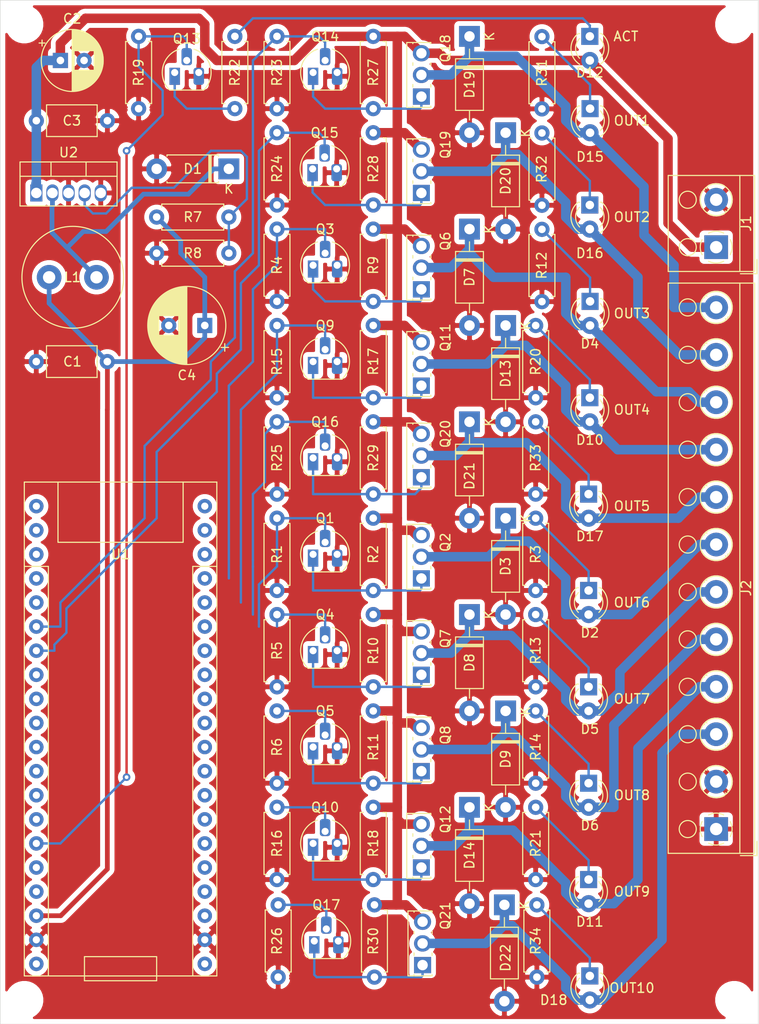
<source format=kicad_pcb>
(kicad_pcb (version 20171130) (host pcbnew 5.1.0-060a0da~80~ubuntu18.04.1)
  (layers (0 F.Cu signal) (31 B.Cu signal) (34 B.Paste user hide) (35 F.Paste user hide) (36 B.SilkS user hide) (37 F.SilkS user) (38 B.Mask user) (39 F.Mask user) (44 Edge.Cuts user))
  (net 0 "")
  (net 1 GND)
  (net 2 +3V3)
  (net 3 +24V)
  (net 4 /OUT6)
  (net 5 "Net-(D2-Pad1)")
  (net 6 /OUT3)
  (net 7 "Net-(D4-Pad1)")
  (net 8 /OUT7)
  (net 9 "Net-(D5-Pad1)")
  (net 10 /OUT8)
  (net 11 "Net-(D6-Pad1)")
  (net 12 /OUT4)
  (net 13 "Net-(D10-Pad1)")
  (net 14 /OUT9)
  (net 15 "Net-(D11-Pad1)")
  (net 16 "Net-(D12-Pad1)")
  (net 17 /OUT1)
  (net 18 "Net-(D15-Pad1)")
  (net 19 /OUT2)
  (net 20 "Net-(D16-Pad1)")
  (net 21 /OUT5)
  (net 22 "Net-(D17-Pad1)")
  (net 23 /OUT10)
  (net 24 "Net-(D18-Pad1)")
  (net 25 "Net-(Q1-Pad1)")
  (net 26 /IO6)
  (net 27 "Net-(Q3-Pad1)")
  (net 28 /IO3)
  (net 29 "Net-(Q4-Pad1)")
  (net 30 /IO7)
  (net 31 "Net-(Q5-Pad1)")
  (net 32 /IO8)
  (net 33 "Net-(Q11-Pad1)")
  (net 34 /IO4)
  (net 35 "Net-(Q10-Pad1)")
  (net 36 /IO9)
  (net 37 /IO_ACT)
  (net 38 "Net-(Q14-Pad1)")
  (net 39 /IO1)
  (net 40 "Net-(Q15-Pad1)")
  (net 41 /IO2)
  (net 42 "Net-(Q16-Pad1)")
  (net 43 /IO5)
  (net 44 "Net-(Q17-Pad1)")
  (net 45 /IO10)
  (net 46 "Net-(R7-Pad2)")
  (net 47 "Net-(U1-Pad40)")
  (net 48 "Net-(U1-Pad38)")
  (net 49 "Net-(U1-Pad37)")
  (net 50 "Net-(U1-Pad36)")
  (net 51 "Net-(U1-Pad33)")
  (net 52 "Net-(U1-Pad32)")
  (net 53 "Net-(U1-Pad23)")
  (net 54 "Net-(U1-Pad22)")
  (net 55 "Net-(U1-Pad21)")
  (net 56 "Net-(U1-Pad20)")
  (net 57 "Net-(U1-Pad17)")
  (net 58 "Net-(U1-Pad16)")
  (net 59 "Net-(U1-Pad14)")
  (net 60 "Net-(U1-Pad13)")
  (net 61 "Net-(U1-Pad12)")
  (net 62 "Net-(U1-Pad11)")
  (net 63 "Net-(U1-Pad10)")
  (net 64 "Net-(U1-Pad9)")
  (net 65 "Net-(U1-Pad8)")
  (net 66 "Net-(U1-Pad5)")
  (net 67 "Net-(U1-Pad4)")
  (net 68 "Net-(U1-Pad3)")
  (net 69 "Net-(U1-Pad2)")
  (net 70 "Net-(U1-Pad1)")
  (net 71 /PSU_OUT)
  (net 72 "Net-(Q13-Pad1)")
  (net 73 "Net-(U1-Pad25)")
  (net 74 "Net-(U1-Pad24)")
  (module Package_TO_SOT_THT:TO-92L_HandSolder (layer F.Cu) (at 78.867 133.477)
    (fp_text reference Q17 (at 1.27 -3.8) (layer F.SilkS))
    (fp_text value BS170)
    (pad 1 thru_hole rect (at 0 0) (size 1.1 1.8) (drill 0.75 (offset 0 0.4)) (layers *.Cu *.Mask) (net 44 "Net-(Q17-Pad1)"))
    (pad 3 thru_hole roundrect (at 2.54 0) (size 1.1 1.8) (drill 0.75 (offset 0 0.4)) (layers *.Cu *.Mask) (net 1 GND))
    (pad 2 thru_hole roundrect (at 1.27 -1.27) (size 1.1 1.8) (drill 0.75 (offset 0 -0.4)) (layers *.Cu *.Mask) (net 45 /IO10))
  )
  (module Package_TO_SOT_THT:TO-92L_HandSolder (layer F.Cu) (at 78.74 82.55)
    (fp_text reference Q16 (at 1.27 -3.8) (layer F.SilkS))
    (fp_text value BS170)
    (pad 1 thru_hole rect (at 0 0) (size 1.1 1.8) (drill 0.75 (offset 0 0.4)) (layers *.Cu *.Mask) (net 42 "Net-(Q16-Pad1)"))
    (pad 3 thru_hole roundrect (at 2.54 0) (size 1.1 1.8) (drill 0.75 (offset 0 0.4)) (layers *.Cu *.Mask) (net 1 GND))
    (pad 2 thru_hole roundrect (at 1.27 -1.27) (size 1.1 1.8) (drill 0.75 (offset 0 -0.4)) (layers *.Cu *.Mask) (net 43 /IO5))
  )
  (module Package_TO_SOT_THT:TO-92L_HandSolder (layer F.Cu) (at 78.69 52.07)
    (fp_text reference Q15 (at 1.27 -3.8) (layer F.SilkS))
    (fp_text value BS170)
    (pad 1 thru_hole rect (at 0 0) (size 1.1 1.8) (drill 0.75 (offset 0 0.4)) (layers *.Cu *.Mask) (net 40 "Net-(Q15-Pad1)"))
    (pad 3 thru_hole roundrect (at 2.54 0) (size 1.1 1.8) (drill 0.75 (offset 0 0.4)) (layers *.Cu *.Mask) (net 1 GND))
    (pad 2 thru_hole roundrect (at 1.27 -1.27) (size 1.1 1.8) (drill 0.75 (offset 0 -0.4)) (layers *.Cu *.Mask) (net 41 /IO2))
  )
  (module Package_TO_SOT_THT:TO-92L_HandSolder (layer F.Cu) (at 78.74 41.91)
    (fp_text reference Q14 (at 1.27 -3.8) (layer F.SilkS))
    (fp_text value BS170)
    (pad 1 thru_hole rect (at 0 0) (size 1.1 1.8) (drill 0.75 (offset 0 0.4)) (layers *.Cu *.Mask) (net 38 "Net-(Q14-Pad1)"))
    (pad 3 thru_hole roundrect (at 2.54 0) (size 1.1 1.8) (drill 0.75 (offset 0 0.4)) (layers *.Cu *.Mask) (net 1 GND))
    (pad 2 thru_hole roundrect (at 1.27 -1.27) (size 1.1 1.8) (drill 0.75 (offset 0 -0.4)) (layers *.Cu *.Mask) (net 39 /IO1))
  )
  (module Package_TO_SOT_THT:TO-92L_HandSolder (layer F.Cu) (at 78.74 123.19)
    (fp_text reference Q10 (at 1.27 -3.8) (layer F.SilkS))
    (fp_text value BS170)
    (pad 1 thru_hole rect (at 0 0) (size 1.1 1.8) (drill 0.75 (offset 0 0.4)) (layers *.Cu *.Mask) (net 35 "Net-(Q10-Pad1)"))
    (pad 3 thru_hole roundrect (at 2.54 0) (size 1.1 1.8) (drill 0.75 (offset 0 0.4)) (layers *.Cu *.Mask) (net 1 GND))
    (pad 2 thru_hole roundrect (at 1.27 -1.27) (size 1.1 1.8) (drill 0.75 (offset 0 -0.4)) (layers *.Cu *.Mask) (net 36 /IO9))
  )
  (module Package_TO_SOT_THT:TO-92L_HandSolder (layer F.Cu) (at 78.74 72.39)
    (fp_text reference Q9 (at 1.27 -3.8) (layer F.SilkS))
    (fp_text value BS170)
    (pad 1 thru_hole rect (at 0 0) (size 1.1 1.8) (drill 0.75 (offset 0 0.4)) (layers *.Cu *.Mask) (net 33 "Net-(Q11-Pad1)"))
    (pad 3 thru_hole roundrect (at 2.54 0) (size 1.1 1.8) (drill 0.75 (offset 0 0.4)) (layers *.Cu *.Mask) (net 1 GND))
    (pad 2 thru_hole roundrect (at 1.27 -1.27) (size 1.1 1.8) (drill 0.75 (offset 0 -0.4)) (layers *.Cu *.Mask) (net 34 /IO4))
  )
  (module Package_TO_SOT_THT:TO-92L_HandSolder (layer F.Cu) (at 78.74 113.03)
    (fp_text reference Q5 (at 1.27 -3.8) (layer F.SilkS))
    (fp_text value BS170)
    (pad 1 thru_hole rect (at 0 0) (size 1.1 1.8) (drill 0.75 (offset 0 0.4)) (layers *.Cu *.Mask) (net 31 "Net-(Q5-Pad1)"))
    (pad 3 thru_hole roundrect (at 2.54 0) (size 1.1 1.8) (drill 0.75 (offset 0 0.4)) (layers *.Cu *.Mask) (net 1 GND))
    (pad 2 thru_hole roundrect (at 1.27 -1.27) (size 1.1 1.8) (drill 0.75 (offset 0 -0.4)) (layers *.Cu *.Mask) (net 32 /IO8))
  )
  (module Package_TO_SOT_THT:TO-92L_HandSolder (layer F.Cu) (at 78.74 102.87)
    (fp_text reference Q4 (at 1.27 -3.8) (layer F.SilkS))
    (fp_text value BS170)
    (pad 1 thru_hole rect (at 0 0) (size 1.1 1.8) (drill 0.75 (offset 0 0.4)) (layers *.Cu *.Mask) (net 29 "Net-(Q4-Pad1)"))
    (pad 3 thru_hole roundrect (at 2.54 0) (size 1.1 1.8) (drill 0.75 (offset 0 0.4)) (layers *.Cu *.Mask) (net 1 GND))
    (pad 2 thru_hole roundrect (at 1.27 -1.27) (size 1.1 1.8) (drill 0.75 (offset 0 -0.4)) (layers *.Cu *.Mask) (net 30 /IO7))
  )
  (module Package_TO_SOT_THT:TO-92L_HandSolder (layer F.Cu) (at 78.74 62.23)
    (fp_text reference Q3 (at 1.27 -3.8) (layer F.SilkS))
    (fp_text value BS170)
    (pad 1 thru_hole rect (at 0 0) (size 1.1 1.8) (drill 0.75 (offset 0 0.4)) (layers *.Cu *.Mask) (net 27 "Net-(Q3-Pad1)"))
    (pad 3 thru_hole roundrect (at 2.54 0) (size 1.1 1.8) (drill 0.75 (offset 0 0.4)) (layers *.Cu *.Mask) (net 1 GND))
    (pad 2 thru_hole roundrect (at 1.27 -1.27) (size 1.1 1.8) (drill 0.75 (offset 0 -0.4)) (layers *.Cu *.Mask) (net 28 /IO3))
  )
  (module Package_TO_SOT_THT:TO-92L_HandSolder (layer F.Cu) (at 78.74 92.71)
    (fp_text reference Q1 (at 1.27 -3.8) (layer F.SilkS))
    (fp_text value BS170)
    (pad 1 thru_hole rect (at 0 0) (size 1.1 1.8) (drill 0.75 (offset 0 0.4)) (layers *.Cu *.Mask) (net 25 "Net-(Q1-Pad1)"))
    (pad 3 thru_hole roundrect (at 2.54 0) (size 1.1 1.8) (drill 0.75 (offset 0 0.4)) (layers *.Cu *.Mask) (net 1 GND))
    (pad 2 thru_hole roundrect (at 1.27 -1.27) (size 1.1 1.8) (drill 0.75 (offset 0 -0.4)) (layers *.Cu *.Mask) (net 26 /IO6))
  )
  (module Package_TO_SOT_THT:TO-92L_HandSolder (layer F.Cu) (at 64.135 41.91)
    (fp_text reference Q13 (at 1.27 -3.56) (layer F.SilkS))
    (fp_text value BS170)
    (pad 1 thru_hole rect (at 0 0) (size 1.1 1.8) (drill 0.75 (offset 0 0.4)) (layers *.Cu *.Mask) (net 72 "Net-(Q13-Pad1)"))
    (pad 3 thru_hole roundrect (at 2.54 0) (size 1.1 1.8) (drill 0.75 (offset 0 0.4)) (layers *.Cu *.Mask) (net 1 GND))
    (pad 2 thru_hole roundrect (at 1.27 -1.27) (size 1.1 1.8) (drill 0.75 (offset 0 -0.4)) (layers *.Cu *.Mask) (net 37 /IO_ACT))
  )
  (module other-comp:ESP32-PICO-KIT (layer F.Cu) (at 58.42 85.09)
    (fp_text reference U1 (at 0 7.62) (layer F.SilkS))
    (fp_text value ESP-32-PICO-KIT)
    (pad 40 thru_hole circle (at 8.89 50.8) (size 1.524 1.524) (drill 0.762) (layers *.Cu *.Mask) (net 47 "Net-(U1-Pad40)"))
    (pad 39 thru_hole circle (at 8.89 48.26) (size 1.524 1.524) (drill 0.762) (layers *.Cu *.Mask) (net 1 GND))
    (pad 38 thru_hole circle (at 8.89 45.72) (size 1.524 1.524) (drill 0.762) (layers *.Cu *.Mask) (net 48 "Net-(U1-Pad38)"))
    (pad 37 thru_hole circle (at 8.89 43.18) (size 1.524 1.524) (drill 0.762) (layers *.Cu *.Mask) (net 49 "Net-(U1-Pad37)"))
    (pad 36 thru_hole circle (at 8.89 40.64) (size 1.524 1.524) (drill 0.762) (layers *.Cu *.Mask) (net 50 "Net-(U1-Pad36)"))
    (pad 35 thru_hole circle (at 8.89 38.1) (size 1.524 1.524) (drill 0.762) (layers *.Cu *.Mask) (net 45 /IO10))
    (pad 34 thru_hole circle (at 8.89 35.56) (size 1.524 1.524) (drill 0.762) (layers *.Cu *.Mask) (net 36 /IO9))
    (pad 33 thru_hole circle (at 8.89 33.02) (size 1.524 1.524) (drill 0.762) (layers *.Cu *.Mask) (net 51 "Net-(U1-Pad33)"))
    (pad 32 thru_hole circle (at 8.89 30.48) (size 1.524 1.524) (drill 0.762) (layers *.Cu *.Mask) (net 52 "Net-(U1-Pad32)"))
    (pad 31 thru_hole circle (at 8.89 27.94) (size 1.524 1.524) (drill 0.762) (layers *.Cu *.Mask) (net 32 /IO8))
    (pad 30 thru_hole circle (at 8.89 25.4) (size 1.524 1.524) (drill 0.762) (layers *.Cu *.Mask) (net 30 /IO7))
    (pad 29 thru_hole circle (at 8.89 22.86) (size 1.524 1.524) (drill 0.762) (layers *.Cu *.Mask) (net 26 /IO6))
    (pad 28 thru_hole circle (at 8.89 20.32) (size 1.524 1.524) (drill 0.762) (layers *.Cu *.Mask) (net 43 /IO5))
    (pad 27 thru_hole circle (at 8.89 17.78) (size 1.524 1.524) (drill 0.762) (layers *.Cu *.Mask) (net 34 /IO4))
    (pad 26 thru_hole circle (at 8.89 15.24) (size 1.524 1.524) (drill 0.762) (layers *.Cu *.Mask) (net 28 /IO3))
    (pad 25 thru_hole circle (at 8.89 12.7) (size 1.524 1.524) (drill 0.762) (layers *.Cu *.Mask) (net 73 "Net-(U1-Pad25)"))
    (pad 24 thru_hole circle (at 8.89 10.16) (size 1.524 1.524) (drill 0.762) (layers *.Cu *.Mask) (net 74 "Net-(U1-Pad24)"))
    (pad 23 thru_hole circle (at 8.89 7.62) (size 1.524 1.524) (drill 0.762) (layers *.Cu *.Mask) (net 53 "Net-(U1-Pad23)"))
    (pad 22 thru_hole circle (at 8.89 5.08) (size 1.524 1.524) (drill 0.762) (layers *.Cu *.Mask) (net 54 "Net-(U1-Pad22)"))
    (pad 21 thru_hole circle (at 8.89 2.54) (size 1.524 1.524) (drill 0.762) (layers *.Cu *.Mask) (net 55 "Net-(U1-Pad21)"))
    (pad 20 thru_hole circle (at -8.89 50.8) (size 1.524 1.524) (drill 0.762) (layers *.Cu *.Mask) (net 56 "Net-(U1-Pad20)"))
    (pad 19 thru_hole circle (at -8.89 48.26) (size 1.524 1.524) (drill 0.762) (layers *.Cu *.Mask) (net 1 GND))
    (pad 18 thru_hole circle (at -8.89 45.72) (size 1.524 1.524) (drill 0.762) (layers *.Cu *.Mask) (net 2 +3V3))
    (pad 17 thru_hole circle (at -8.89 43.18) (size 1.524 1.524) (drill 0.762) (layers *.Cu *.Mask) (net 57 "Net-(U1-Pad17)"))
    (pad 16 thru_hole circle (at -8.89 40.64) (size 1.524 1.524) (drill 0.762) (layers *.Cu *.Mask) (net 58 "Net-(U1-Pad16)"))
    (pad 15 thru_hole circle (at -8.89 38.1) (size 1.524 1.524) (drill 0.762) (layers *.Cu *.Mask) (net 37 /IO_ACT))
    (pad 14 thru_hole circle (at -8.89 35.56) (size 1.524 1.524) (drill 0.762) (layers *.Cu *.Mask) (net 59 "Net-(U1-Pad14)"))
    (pad 13 thru_hole circle (at -8.89 33.02) (size 1.524 1.524) (drill 0.762) (layers *.Cu *.Mask) (net 60 "Net-(U1-Pad13)"))
    (pad 12 thru_hole circle (at -8.89 30.48) (size 1.524 1.524) (drill 0.762) (layers *.Cu *.Mask) (net 61 "Net-(U1-Pad12)"))
    (pad 11 thru_hole circle (at -8.89 27.94) (size 1.524 1.524) (drill 0.762) (layers *.Cu *.Mask) (net 62 "Net-(U1-Pad11)"))
    (pad 10 thru_hole circle (at -8.89 25.4) (size 1.524 1.524) (drill 0.762) (layers *.Cu *.Mask) (net 63 "Net-(U1-Pad10)"))
    (pad 9 thru_hole circle (at -8.89 22.86) (size 1.524 1.524) (drill 0.762) (layers *.Cu *.Mask) (net 64 "Net-(U1-Pad9)"))
    (pad 8 thru_hole circle (at -8.89 20.32) (size 1.524 1.524) (drill 0.762) (layers *.Cu *.Mask) (net 65 "Net-(U1-Pad8)"))
    (pad 7 thru_hole circle (at -8.89 17.78) (size 1.524 1.524) (drill 0.762) (layers *.Cu *.Mask) (net 41 /IO2))
    (pad 6 thru_hole circle (at -8.89 15.24) (size 1.524 1.524) (drill 0.762) (layers *.Cu *.Mask) (net 39 /IO1))
    (pad 5 thru_hole circle (at -8.89 12.7) (size 1.524 1.524) (drill 0.762) (layers *.Cu *.Mask) (net 66 "Net-(U1-Pad5)"))
    (pad 4 thru_hole circle (at -8.89 10.16) (size 1.524 1.524) (drill 0.762) (layers *.Cu *.Mask) (net 67 "Net-(U1-Pad4)"))
    (pad 3 thru_hole circle (at -8.89 7.62) (size 1.524 1.524) (drill 0.762) (layers *.Cu *.Mask) (net 68 "Net-(U1-Pad3)"))
    (pad 2 thru_hole circle (at -8.89 5.08) (size 1.524 1.524) (drill 0.762) (layers *.Cu *.Mask) (net 69 "Net-(U1-Pad2)"))
    (pad 1 thru_hole circle (at -8.89 2.54) (size 1.524 1.524) (drill 0.762) (layers *.Cu *.Mask) (net 70 "Net-(U1-Pad1)"))
  )
  (module TerminalBlock_RND:TerminalBlock_RND_205-00011_1x12_P5.00mm_Horizontal (layer F.Cu) (at 121.285 121.675 90)
    (fp_text reference J2 (at 25.4 3.175 90) (layer F.SilkS))
    (fp_text value OUTPUT)
    (pad 12 thru_hole circle (at 55 0 90) (size 2.5 2.5) (drill 1.3) (layers *.Cu *.Mask) (net 17 /OUT1))
    (pad 11 thru_hole circle (at 50 0 90) (size 2.5 2.5) (drill 1.3) (layers *.Cu *.Mask) (net 19 /OUT2))
    (pad 10 thru_hole circle (at 45 0 90) (size 2.5 2.5) (drill 1.3) (layers *.Cu *.Mask) (net 6 /OUT3))
    (pad 9 thru_hole circle (at 40 0 90) (size 2.5 2.5) (drill 1.3) (layers *.Cu *.Mask) (net 12 /OUT4))
    (pad 8 thru_hole circle (at 35 0 90) (size 2.5 2.5) (drill 1.3) (layers *.Cu *.Mask) (net 21 /OUT5))
    (pad 7 thru_hole circle (at 30 0 90) (size 2.5 2.5) (drill 1.3) (layers *.Cu *.Mask) (net 4 /OUT6))
    (pad 6 thru_hole circle (at 25 0 90) (size 2.5 2.5) (drill 1.3) (layers *.Cu *.Mask) (net 8 /OUT7))
    (pad 5 thru_hole circle (at 20 0 90) (size 2.5 2.5) (drill 1.3) (layers *.Cu *.Mask) (net 10 /OUT8))
    (pad 4 thru_hole circle (at 15 0 90) (size 2.5 2.5) (drill 1.3) (layers *.Cu *.Mask) (net 14 /OUT9))
    (pad 3 thru_hole circle (at 10 0 90) (size 2.5 2.5) (drill 1.3) (layers *.Cu *.Mask) (net 23 /OUT10))
    (pad 2 thru_hole circle (at 5 0 90) (size 2.5 2.5) (drill 1.3) (layers *.Cu *.Mask) (net 1 GND))
    (pad 1 thru_hole rect (at 0 0 90) (size 2.5 2.5) (drill 1.3) (layers *.Cu *.Mask) (net 1 GND))
  )
  (module LED_THT:LED_D3.0mm (layer F.Cu) (at 107.823 127 270)
    (fp_text reference D11 (at 4.445 -0.127) (layer F.SilkS))
    (fp_text value OUT9)
    (pad 2 thru_hole circle (at 2.54 0 270) (size 1.8 1.8) (drill 0.9) (layers *.Cu *.Mask) (net 14 /OUT9))
    (pad 1 thru_hole rect (at 0 0 270) (size 1.8 1.8) (drill 0.9) (layers *.Cu *.Mask) (net 15 "Net-(D11-Pad1)"))
  )
  (module Inductor_THT:L_Radial_D10.5mm_P5.00mm_Abacron_AISR-01 (layer F.Cu) (at 55.88 63.5 180)
    (fp_text reference L1 (at 2.54 0 180) (layer F.SilkS))
    (fp_text value 330uH)
    (pad 2 thru_hole circle (at 5 0 180) (size 2.6 2.6) (drill 1.3) (layers *.Cu *.Mask) (net 2 +3V3))
    (pad 1 thru_hole circle (at 0 0 180) (size 2.6 2.6) (drill 1.3) (layers *.Cu *.Mask) (net 71 /PSU_OUT))
  )
  (module Package_TO_SOT_THT:SIPAK_Vertical (layer F.Cu) (at 90.17 44.45 90)
    (fp_text reference Q18 (at 5.08 2.54 90) (layer F.SilkS))
    (fp_text value SFT1342-D)
    (pad 3 thru_hole oval (at 4.572 0 90) (size 1.7145 1.8) (drill 1.1) (layers *.Cu *.Mask) (net 3 +24V))
    (pad 2 thru_hole oval (at 2.286 0 90) (size 1.7145 1.8) (drill 1.1) (layers *.Cu *.Mask) (net 17 /OUT1))
    (pad 1 thru_hole rect (at 0 0 90) (size 1.7145 1.8) (drill 1.1) (layers *.Cu *.Mask) (net 38 "Net-(Q14-Pad1)"))
  )
  (module Capacitor_THT:CP_Radial_D6.3mm_P2.50mm (layer F.Cu) (at 52.07 40.64)
    (fp_text reference C2 (at 1.25 -4.4) (layer F.SilkS))
    (fp_text value 100uF)
    (pad 2 thru_hole circle (at 2.5 0) (size 1.6 1.6) (drill 0.8) (layers *.Cu *.Mask) (net 1 GND))
    (pad 1 thru_hole rect (at 0 0) (size 1.6 1.6) (drill 0.8) (layers *.Cu *.Mask) (net 3 +24V))
  )
  (module Diode_THT:D_DO-41_SOD81_P7.62mm_Horizontal (layer F.Cu) (at 69.85 52.07 180)
    (fp_text reference D1 (at 3.81 0 180) (layer F.SilkS))
    (fp_text value UF4004)
    (fp_text user K (at 0 -2.1 180) (layer F.SilkS))
    (pad 2 thru_hole oval (at 7.62 0 180) (size 2.2 2.2) (drill 1.1) (layers *.Cu *.Mask) (net 1 GND))
    (pad 1 thru_hole rect (at 0 0 180) (size 2.2 2.2) (drill 1.1) (layers *.Cu *.Mask) (net 71 /PSU_OUT))
  )
  (module Capacitor_THT:C_Axial_L5.1mm_D3.1mm_P7.50mm_Horizontal (layer F.Cu) (at 57.023 72.39 180)
    (fp_text reference C1 (at 3.683 0 180) (layer F.SilkS))
    (fp_text value 100nF)
    (pad 2 thru_hole oval (at 7.5 0 180) (size 1.6 1.6) (drill 0.8) (layers *.Cu *.Mask) (net 1 GND))
    (pad 1 thru_hole circle (at 0 0 180) (size 1.6 1.6) (drill 0.8) (layers *.Cu *.Mask) (net 2 +3V3))
  )
  (module Capacitor_THT:C_Axial_L5.1mm_D3.1mm_P7.50mm_Horizontal (layer F.Cu) (at 49.53 46.99)
    (fp_text reference C3 (at 3.75 0) (layer F.SilkS))
    (fp_text value 100nF)
    (pad 2 thru_hole oval (at 7.5 0) (size 1.6 1.6) (drill 0.8) (layers *.Cu *.Mask) (net 1 GND))
    (pad 1 thru_hole circle (at 0 0) (size 1.6 1.6) (drill 0.8) (layers *.Cu *.Mask) (net 3 +24V))
  )
  (module Capacitor_THT:CP_Radial_D8.0mm_P3.80mm (layer F.Cu) (at 67.31 68.58 180)
    (fp_text reference C4 (at 1.9 -5.25 180) (layer F.SilkS))
    (fp_text value 330uF)
    (pad 2 thru_hole circle (at 3.8 0 180) (size 1.6 1.6) (drill 0.8) (layers *.Cu *.Mask) (net 1 GND))
    (pad 1 thru_hole rect (at 0 0 180) (size 1.6 1.6) (drill 0.8) (layers *.Cu *.Mask) (net 2 +3V3))
  )
  (module Package_TO_SOT_THT:TO-220-5_Vertical (layer F.Cu) (at 49.53 54.61)
    (fp_text reference U2 (at 3.4 -4.27) (layer F.SilkS))
    (fp_text value LM2575BT-ADJ)
    (pad 5 thru_hole oval (at 6.8 0) (size 1.275 1.8) (drill 1.1) (layers *.Cu *.Mask) (net 1 GND))
    (pad 4 thru_hole oval (at 5.1 0) (size 1.275 1.8) (drill 1.1) (layers *.Cu *.Mask) (net 46 "Net-(R7-Pad2)"))
    (pad 3 thru_hole oval (at 3.4 0) (size 1.275 1.8) (drill 1.1) (layers *.Cu *.Mask) (net 1 GND))
    (pad 2 thru_hole oval (at 1.7 0) (size 1.275 1.8) (drill 1.1) (layers *.Cu *.Mask) (net 71 /PSU_OUT))
    (pad 1 thru_hole rect (at 0 0) (size 1.275 1.8) (drill 1.1) (layers *.Cu *.Mask) (net 3 +24V))
  )
  (module Resistor_THT:R_Axial_DIN0207_L6.3mm_D2.5mm_P7.62mm_Horizontal (layer F.Cu) (at 102.362 129.667 270)
    (fp_text reference R34 (at 3.81 0.127 270) (layer F.SilkS))
    (fp_text value 1k)
    (pad 2 thru_hole oval (at 7.62 0 270) (size 1.6 1.6) (drill 0.8) (layers *.Cu *.Mask) (net 1 GND))
    (pad 1 thru_hole circle (at 0 0 270) (size 1.6 1.6) (drill 0.8) (layers *.Cu *.Mask) (net 24 "Net-(D18-Pad1)"))
  )
  (module Resistor_THT:R_Axial_DIN0207_L6.3mm_D2.5mm_P7.62mm_Horizontal (layer F.Cu) (at 102.235 78.74 270)
    (fp_text reference R33 (at 3.81 0 270) (layer F.SilkS))
    (fp_text value 1k)
    (pad 2 thru_hole oval (at 7.62 0 270) (size 1.6 1.6) (drill 0.8) (layers *.Cu *.Mask) (net 1 GND))
    (pad 1 thru_hole circle (at 0 0 270) (size 1.6 1.6) (drill 0.8) (layers *.Cu *.Mask) (net 22 "Net-(D17-Pad1)"))
  )
  (module Resistor_THT:R_Axial_DIN0207_L6.3mm_D2.5mm_P7.62mm_Horizontal (layer F.Cu) (at 102.8954 48.2854 270)
    (fp_text reference R32 (at 3.81 0.0254 270) (layer F.SilkS))
    (fp_text value 1k)
    (pad 2 thru_hole oval (at 7.62 0 270) (size 1.6 1.6) (drill 0.8) (layers *.Cu *.Mask) (net 1 GND))
    (pad 1 thru_hole circle (at 0 0 270) (size 1.6 1.6) (drill 0.8) (layers *.Cu *.Mask) (net 20 "Net-(D16-Pad1)"))
  )
  (module Resistor_THT:R_Axial_DIN0207_L6.3mm_D2.5mm_P7.62mm_Horizontal (layer F.Cu) (at 102.8954 38.1254 270)
    (fp_text reference R31 (at 3.81 0 270) (layer F.SilkS))
    (fp_text value 1k)
    (pad 2 thru_hole oval (at 7.62 0 270) (size 1.6 1.6) (drill 0.8) (layers *.Cu *.Mask) (net 1 GND))
    (pad 1 thru_hole circle (at 0 0 270) (size 1.6 1.6) (drill 0.8) (layers *.Cu *.Mask) (net 18 "Net-(D15-Pad1)"))
  )
  (module Resistor_THT:R_Axial_DIN0207_L6.3mm_D2.5mm_P7.62mm_Horizontal (layer F.Cu) (at 85.217 129.667 270)
    (fp_text reference R30 (at 3.81 0.127 270) (layer F.SilkS))
    (fp_text value 4.7k)
    (pad 2 thru_hole oval (at 7.62 0 270) (size 1.6 1.6) (drill 0.8) (layers *.Cu *.Mask) (net 44 "Net-(Q17-Pad1)"))
    (pad 1 thru_hole circle (at 0 0 270) (size 1.6 1.6) (drill 0.8) (layers *.Cu *.Mask) (net 3 +24V))
  )
  (module Resistor_THT:R_Axial_DIN0207_L6.3mm_D2.5mm_P7.62mm_Horizontal (layer F.Cu) (at 85.09 78.74 270)
    (fp_text reference R29 (at 3.81 0 270) (layer F.SilkS))
    (fp_text value 4.7k)
    (pad 2 thru_hole oval (at 7.62 0 270) (size 1.6 1.6) (drill 0.8) (layers *.Cu *.Mask) (net 42 "Net-(Q16-Pad1)"))
    (pad 1 thru_hole circle (at 0 0 270) (size 1.6 1.6) (drill 0.8) (layers *.Cu *.Mask) (net 3 +24V))
  )
  (module Resistor_THT:R_Axial_DIN0207_L6.3mm_D2.5mm_P7.62mm_Horizontal (layer F.Cu) (at 85.09 48.26 270)
    (fp_text reference R28 (at 3.81 0 270) (layer F.SilkS))
    (fp_text value 4.7k)
    (pad 2 thru_hole oval (at 7.62 0 270) (size 1.6 1.6) (drill 0.8) (layers *.Cu *.Mask) (net 40 "Net-(Q15-Pad1)"))
    (pad 1 thru_hole circle (at 0 0 270) (size 1.6 1.6) (drill 0.8) (layers *.Cu *.Mask) (net 3 +24V))
  )
  (module Resistor_THT:R_Axial_DIN0207_L6.3mm_D2.5mm_P7.62mm_Horizontal (layer F.Cu) (at 85.09 38.1 270)
    (fp_text reference R27 (at 3.81 0 270) (layer F.SilkS))
    (fp_text value 4.7k)
    (pad 2 thru_hole oval (at 7.62 0 270) (size 1.6 1.6) (drill 0.8) (layers *.Cu *.Mask) (net 38 "Net-(Q14-Pad1)"))
    (pad 1 thru_hole circle (at 0 0 270) (size 1.6 1.6) (drill 0.8) (layers *.Cu *.Mask) (net 3 +24V))
  )
  (module Resistor_THT:R_Axial_DIN0207_L6.3mm_D2.5mm_P7.62mm_Horizontal (layer F.Cu) (at 75.057 129.667 270)
    (fp_text reference R26 (at 3.81 0.127 270) (layer F.SilkS))
    (fp_text value 4.7k)
    (pad 2 thru_hole oval (at 7.62 0 270) (size 1.6 1.6) (drill 0.8) (layers *.Cu *.Mask) (net 1 GND))
    (pad 1 thru_hole circle (at 0 0 270) (size 1.6 1.6) (drill 0.8) (layers *.Cu *.Mask) (net 45 /IO10))
  )
  (module Resistor_THT:R_Axial_DIN0207_L6.3mm_D2.5mm_P7.62mm_Horizontal (layer F.Cu) (at 74.93 78.74 270)
    (fp_text reference R25 (at 3.81 0 270) (layer F.SilkS))
    (fp_text value 4.7k)
    (pad 2 thru_hole oval (at 7.62 0 270) (size 1.6 1.6) (drill 0.8) (layers *.Cu *.Mask) (net 1 GND))
    (pad 1 thru_hole circle (at 0 0 270) (size 1.6 1.6) (drill 0.8) (layers *.Cu *.Mask) (net 43 /IO5))
  )
  (module Resistor_THT:R_Axial_DIN0207_L6.3mm_D2.5mm_P7.62mm_Horizontal (layer F.Cu) (at 74.93 48.26 270)
    (fp_text reference R24 (at 3.81 0 270) (layer F.SilkS))
    (fp_text value 4.7k)
    (pad 2 thru_hole oval (at 7.62 0 270) (size 1.6 1.6) (drill 0.8) (layers *.Cu *.Mask) (net 1 GND))
    (pad 1 thru_hole circle (at 0 0 270) (size 1.6 1.6) (drill 0.8) (layers *.Cu *.Mask) (net 41 /IO2))
  )
  (module Resistor_THT:R_Axial_DIN0207_L6.3mm_D2.5mm_P7.62mm_Horizontal (layer F.Cu) (at 74.93 38.1 270)
    (fp_text reference R23 (at 3.81 0 270) (layer F.SilkS))
    (fp_text value 4.7k)
    (pad 2 thru_hole oval (at 7.62 0 270) (size 1.6 1.6) (drill 0.8) (layers *.Cu *.Mask) (net 1 GND))
    (pad 1 thru_hole circle (at 0 0 270) (size 1.6 1.6) (drill 0.8) (layers *.Cu *.Mask) (net 39 /IO1))
  )
  (module Resistor_THT:R_Axial_DIN0207_L6.3mm_D2.5mm_P7.62mm_Horizontal (layer F.Cu) (at 70.485 38.1 270)
    (fp_text reference R22 (at 3.81 0 270) (layer F.SilkS))
    (fp_text value 1k)
    (pad 2 thru_hole oval (at 7.62 0 270) (size 1.6 1.6) (drill 0.8) (layers *.Cu *.Mask) (net 72 "Net-(Q13-Pad1)"))
    (pad 1 thru_hole circle (at 0 0 270) (size 1.6 1.6) (drill 0.8) (layers *.Cu *.Mask) (net 16 "Net-(D12-Pad1)"))
  )
  (module Resistor_THT:R_Axial_DIN0207_L6.3mm_D2.5mm_P7.62mm_Horizontal (layer F.Cu) (at 102.235 119.38 270)
    (fp_text reference R21 (at 3.81 0 270) (layer F.SilkS))
    (fp_text value 1k)
    (pad 2 thru_hole oval (at 7.62 0 270) (size 1.6 1.6) (drill 0.8) (layers *.Cu *.Mask) (net 1 GND))
    (pad 1 thru_hole circle (at 0 0 270) (size 1.6 1.6) (drill 0.8) (layers *.Cu *.Mask) (net 15 "Net-(D11-Pad1)"))
  )
  (module Resistor_THT:R_Axial_DIN0207_L6.3mm_D2.5mm_P7.62mm_Horizontal (layer F.Cu) (at 102.235 68.58 270)
    (fp_text reference R20 (at 3.81 0 270) (layer F.SilkS))
    (fp_text value 1k)
    (pad 2 thru_hole oval (at 7.62 0 270) (size 1.6 1.6) (drill 0.8) (layers *.Cu *.Mask) (net 1 GND))
    (pad 1 thru_hole circle (at 0 0 270) (size 1.6 1.6) (drill 0.8) (layers *.Cu *.Mask) (net 13 "Net-(D10-Pad1)"))
  )
  (module Resistor_THT:R_Axial_DIN0207_L6.3mm_D2.5mm_P7.62mm_Horizontal (layer F.Cu) (at 60.325 38.1 270)
    (fp_text reference R19 (at 3.81 0 270) (layer F.SilkS))
    (fp_text value 4.7k)
    (pad 2 thru_hole oval (at 7.62 0 270) (size 1.6 1.6) (drill 0.8) (layers *.Cu *.Mask) (net 1 GND))
    (pad 1 thru_hole circle (at 0 0 270) (size 1.6 1.6) (drill 0.8) (layers *.Cu *.Mask) (net 37 /IO_ACT))
  )
  (module Resistor_THT:R_Axial_DIN0207_L6.3mm_D2.5mm_P7.62mm_Horizontal (layer F.Cu) (at 85.09 119.38 270)
    (fp_text reference R18 (at 3.81 0 270) (layer F.SilkS))
    (fp_text value 4.7k)
    (pad 2 thru_hole oval (at 7.62 0 270) (size 1.6 1.6) (drill 0.8) (layers *.Cu *.Mask) (net 35 "Net-(Q10-Pad1)"))
    (pad 1 thru_hole circle (at 0 0 270) (size 1.6 1.6) (drill 0.8) (layers *.Cu *.Mask) (net 3 +24V))
  )
  (module Resistor_THT:R_Axial_DIN0207_L6.3mm_D2.5mm_P7.62mm_Horizontal (layer F.Cu) (at 85.09 68.58 270)
    (fp_text reference R17 (at 3.81 0 270) (layer F.SilkS))
    (fp_text value 4.7k)
    (pad 2 thru_hole oval (at 7.62 0 270) (size 1.6 1.6) (drill 0.8) (layers *.Cu *.Mask) (net 33 "Net-(Q11-Pad1)"))
    (pad 1 thru_hole circle (at 0 0 270) (size 1.6 1.6) (drill 0.8) (layers *.Cu *.Mask) (net 3 +24V))
  )
  (module Resistor_THT:R_Axial_DIN0207_L6.3mm_D2.5mm_P7.62mm_Horizontal (layer F.Cu) (at 74.93 119.38 270)
    (fp_text reference R16 (at 3.81 0 270) (layer F.SilkS))
    (fp_text value 4.7k)
    (pad 2 thru_hole oval (at 7.62 0 270) (size 1.6 1.6) (drill 0.8) (layers *.Cu *.Mask) (net 1 GND))
    (pad 1 thru_hole circle (at 0 0 270) (size 1.6 1.6) (drill 0.8) (layers *.Cu *.Mask) (net 36 /IO9))
  )
  (module Resistor_THT:R_Axial_DIN0207_L6.3mm_D2.5mm_P7.62mm_Horizontal (layer F.Cu) (at 74.93 68.58 270)
    (fp_text reference R15 (at 3.81 0 270) (layer F.SilkS))
    (fp_text value 4.7k)
    (pad 2 thru_hole oval (at 7.62 0 270) (size 1.6 1.6) (drill 0.8) (layers *.Cu *.Mask) (net 1 GND))
    (pad 1 thru_hole circle (at 0 0 270) (size 1.6 1.6) (drill 0.8) (layers *.Cu *.Mask) (net 34 /IO4))
  )
  (module Resistor_THT:R_Axial_DIN0207_L6.3mm_D2.5mm_P7.62mm_Horizontal (layer F.Cu) (at 102.235 109.22 270)
    (fp_text reference R14 (at 3.81 0 270) (layer F.SilkS))
    (fp_text value 1k)
    (pad 2 thru_hole oval (at 7.62 0 270) (size 1.6 1.6) (drill 0.8) (layers *.Cu *.Mask) (net 1 GND))
    (pad 1 thru_hole circle (at 0 0 270) (size 1.6 1.6) (drill 0.8) (layers *.Cu *.Mask) (net 11 "Net-(D6-Pad1)"))
  )
  (module Resistor_THT:R_Axial_DIN0207_L6.3mm_D2.5mm_P7.62mm_Horizontal (layer F.Cu) (at 102.235 99.06 270)
    (fp_text reference R13 (at 3.81 0 270) (layer F.SilkS))
    (fp_text value 1k)
    (pad 2 thru_hole oval (at 7.62 0 270) (size 1.6 1.6) (drill 0.8) (layers *.Cu *.Mask) (net 1 GND))
    (pad 1 thru_hole circle (at 0 0 270) (size 1.6 1.6) (drill 0.8) (layers *.Cu *.Mask) (net 9 "Net-(D5-Pad1)"))
  )
  (module Resistor_THT:R_Axial_DIN0207_L6.3mm_D2.5mm_P7.62mm_Horizontal (layer F.Cu) (at 102.8954 58.4454 270)
    (fp_text reference R12 (at 3.81 0.0254 270) (layer F.SilkS))
    (fp_text value 1k)
    (pad 2 thru_hole oval (at 7.62 0 270) (size 1.6 1.6) (drill 0.8) (layers *.Cu *.Mask) (net 1 GND))
    (pad 1 thru_hole circle (at 0 0 270) (size 1.6 1.6) (drill 0.8) (layers *.Cu *.Mask) (net 7 "Net-(D4-Pad1)"))
  )
  (module Resistor_THT:R_Axial_DIN0207_L6.3mm_D2.5mm_P7.62mm_Horizontal (layer F.Cu) (at 85.09 109.22 270)
    (fp_text reference R11 (at 3.81 0 270) (layer F.SilkS))
    (fp_text value 4.7k)
    (pad 2 thru_hole oval (at 7.62 0 270) (size 1.6 1.6) (drill 0.8) (layers *.Cu *.Mask) (net 31 "Net-(Q5-Pad1)"))
    (pad 1 thru_hole circle (at 0 0 270) (size 1.6 1.6) (drill 0.8) (layers *.Cu *.Mask) (net 3 +24V))
  )
  (module Resistor_THT:R_Axial_DIN0207_L6.3mm_D2.5mm_P7.62mm_Horizontal (layer F.Cu) (at 85.09 99.06 270)
    (fp_text reference R10 (at 3.81 0 270) (layer F.SilkS))
    (fp_text value 4.7k)
    (pad 2 thru_hole oval (at 7.62 0 270) (size 1.6 1.6) (drill 0.8) (layers *.Cu *.Mask) (net 29 "Net-(Q4-Pad1)"))
    (pad 1 thru_hole circle (at 0 0 270) (size 1.6 1.6) (drill 0.8) (layers *.Cu *.Mask) (net 3 +24V))
  )
  (module Resistor_THT:R_Axial_DIN0207_L6.3mm_D2.5mm_P7.62mm_Horizontal (layer F.Cu) (at 85.09 58.42 270)
    (fp_text reference R9 (at 3.81 0 270) (layer F.SilkS))
    (fp_text value 4.7k)
    (pad 2 thru_hole oval (at 7.62 0 270) (size 1.6 1.6) (drill 0.8) (layers *.Cu *.Mask) (net 27 "Net-(Q3-Pad1)"))
    (pad 1 thru_hole circle (at 0 0 270) (size 1.6 1.6) (drill 0.8) (layers *.Cu *.Mask) (net 3 +24V))
  )
  (module Resistor_THT:R_Axial_DIN0207_L6.3mm_D2.5mm_P7.62mm_Horizontal (layer F.Cu) (at 69.85 60.96 180)
    (fp_text reference R8 (at 3.81 0 180) (layer F.SilkS))
    (fp_text value 1.0k)
    (pad 2 thru_hole oval (at 7.62 0 180) (size 1.6 1.6) (drill 0.8) (layers *.Cu *.Mask) (net 1 GND))
    (pad 1 thru_hole circle (at 0 0 180) (size 1.6 1.6) (drill 0.8) (layers *.Cu *.Mask) (net 46 "Net-(R7-Pad2)"))
  )
  (module Resistor_THT:R_Axial_DIN0207_L6.3mm_D2.5mm_P7.62mm_Horizontal (layer F.Cu) (at 62.23 57.15)
    (fp_text reference R7 (at 3.81 0) (layer F.SilkS))
    (fp_text value 1.8k)
    (pad 2 thru_hole oval (at 7.62 0) (size 1.6 1.6) (drill 0.8) (layers *.Cu *.Mask) (net 46 "Net-(R7-Pad2)"))
    (pad 1 thru_hole circle (at 0 0) (size 1.6 1.6) (drill 0.8) (layers *.Cu *.Mask) (net 2 +3V3))
  )
  (module Resistor_THT:R_Axial_DIN0207_L6.3mm_D2.5mm_P7.62mm_Horizontal (layer F.Cu) (at 74.93 109.22 270)
    (fp_text reference R6 (at 3.81 0 270) (layer F.SilkS))
    (fp_text value 4.7k)
    (pad 2 thru_hole oval (at 7.62 0 270) (size 1.6 1.6) (drill 0.8) (layers *.Cu *.Mask) (net 1 GND))
    (pad 1 thru_hole circle (at 0 0 270) (size 1.6 1.6) (drill 0.8) (layers *.Cu *.Mask) (net 32 /IO8))
  )
  (module Resistor_THT:R_Axial_DIN0207_L6.3mm_D2.5mm_P7.62mm_Horizontal (layer F.Cu) (at 74.93 99.06 270)
    (fp_text reference R5 (at 3.81 0 270) (layer F.SilkS))
    (fp_text value 4.7k)
    (pad 2 thru_hole oval (at 7.62 0 270) (size 1.6 1.6) (drill 0.8) (layers *.Cu *.Mask) (net 1 GND))
    (pad 1 thru_hole circle (at 0 0 270) (size 1.6 1.6) (drill 0.8) (layers *.Cu *.Mask) (net 30 /IO7))
  )
  (module Resistor_THT:R_Axial_DIN0207_L6.3mm_D2.5mm_P7.62mm_Horizontal (layer F.Cu) (at 74.93 58.42 270)
    (fp_text reference R4 (at 3.81 0 270) (layer F.SilkS))
    (fp_text value 4.7k)
    (pad 2 thru_hole oval (at 7.62 0 270) (size 1.6 1.6) (drill 0.8) (layers *.Cu *.Mask) (net 1 GND))
    (pad 1 thru_hole circle (at 0 0 270) (size 1.6 1.6) (drill 0.8) (layers *.Cu *.Mask) (net 28 /IO3))
  )
  (module Resistor_THT:R_Axial_DIN0207_L6.3mm_D2.5mm_P7.62mm_Horizontal (layer F.Cu) (at 102.235 88.9 270)
    (fp_text reference R3 (at 3.81 0 270) (layer F.SilkS))
    (fp_text value 1k)
    (pad 2 thru_hole oval (at 7.62 0 270) (size 1.6 1.6) (drill 0.8) (layers *.Cu *.Mask) (net 1 GND))
    (pad 1 thru_hole circle (at 0 0 270) (size 1.6 1.6) (drill 0.8) (layers *.Cu *.Mask) (net 5 "Net-(D2-Pad1)"))
  )
  (module Resistor_THT:R_Axial_DIN0207_L6.3mm_D2.5mm_P7.62mm_Horizontal (layer F.Cu) (at 85.09 88.9 270)
    (fp_text reference R2 (at 3.81 0 270) (layer F.SilkS))
    (fp_text value 4.7k)
    (pad 2 thru_hole oval (at 7.62 0 270) (size 1.6 1.6) (drill 0.8) (layers *.Cu *.Mask) (net 25 "Net-(Q1-Pad1)"))
    (pad 1 thru_hole circle (at 0 0 270) (size 1.6 1.6) (drill 0.8) (layers *.Cu *.Mask) (net 3 +24V))
  )
  (module Resistor_THT:R_Axial_DIN0207_L6.3mm_D2.5mm_P7.62mm_Horizontal (layer F.Cu) (at 74.93 88.9 270)
    (fp_text reference R1 (at 3.81 0 270) (layer F.SilkS))
    (fp_text value 4.7k)
    (pad 2 thru_hole oval (at 7.62 0 270) (size 1.6 1.6) (drill 0.8) (layers *.Cu *.Mask) (net 1 GND))
    (pad 1 thru_hole circle (at 0 0 270) (size 1.6 1.6) (drill 0.8) (layers *.Cu *.Mask) (net 26 /IO6))
  )
  (module Package_TO_SOT_THT:SIPAK_Vertical (layer F.Cu) (at 90.297 136.017 90)
    (fp_text reference Q21 (at 5.207 2.413 90) (layer F.SilkS))
    (fp_text value SFT1342-D)
    (pad 3 thru_hole oval (at 4.572 0 90) (size 1.7145 1.8) (drill 1.1) (layers *.Cu *.Mask) (net 3 +24V))
    (pad 2 thru_hole oval (at 2.286 0 90) (size 1.7145 1.8) (drill 1.1) (layers *.Cu *.Mask) (net 23 /OUT10))
    (pad 1 thru_hole rect (at 0 0 90) (size 1.7145 1.8) (drill 1.1) (layers *.Cu *.Mask) (net 44 "Net-(Q17-Pad1)"))
  )
  (module Package_TO_SOT_THT:SIPAK_Vertical (layer F.Cu) (at 90.17 84.582 90)
    (fp_text reference Q20 (at 4.572 2.54 90) (layer F.SilkS))
    (fp_text value SFT1342-D)
    (pad 3 thru_hole oval (at 4.572 0 90) (size 1.7145 1.8) (drill 1.1) (layers *.Cu *.Mask) (net 3 +24V))
    (pad 2 thru_hole oval (at 2.286 0 90) (size 1.7145 1.8) (drill 1.1) (layers *.Cu *.Mask) (net 21 /OUT5))
    (pad 1 thru_hole rect (at 0 0 90) (size 1.7145 1.8) (drill 1.1) (layers *.Cu *.Mask) (net 42 "Net-(Q16-Pad1)"))
  )
  (module Package_TO_SOT_THT:SIPAK_Vertical (layer F.Cu) (at 90.17 54.61 90)
    (fp_text reference Q19 (at 5.08 2.54 90) (layer F.SilkS))
    (fp_text value SFT1342-D)
    (pad 3 thru_hole oval (at 4.572 0 90) (size 1.7145 1.8) (drill 1.1) (layers *.Cu *.Mask) (net 3 +24V))
    (pad 2 thru_hole oval (at 2.286 0 90) (size 1.7145 1.8) (drill 1.1) (layers *.Cu *.Mask) (net 19 /OUT2))
    (pad 1 thru_hole rect (at 0 0 90) (size 1.7145 1.8) (drill 1.1) (layers *.Cu *.Mask) (net 40 "Net-(Q15-Pad1)"))
  )
  (module Package_TO_SOT_THT:SIPAK_Vertical (layer F.Cu) (at 90.17 125.73 90)
    (fp_text reference Q12 (at 5.08 2.54 90) (layer F.SilkS))
    (fp_text value SFT1342-D)
    (pad 3 thru_hole oval (at 4.572 0 90) (size 1.7145 1.8) (drill 1.1) (layers *.Cu *.Mask) (net 3 +24V))
    (pad 2 thru_hole oval (at 2.286 0 90) (size 1.7145 1.8) (drill 1.1) (layers *.Cu *.Mask) (net 14 /OUT9))
    (pad 1 thru_hole rect (at 0 0 90) (size 1.7145 1.8) (drill 1.1) (layers *.Cu *.Mask) (net 35 "Net-(Q10-Pad1)"))
  )
  (module Package_TO_SOT_THT:SIPAK_Vertical (layer F.Cu) (at 90.17 74.93 90)
    (fp_text reference Q11 (at 5.08 2.54 90) (layer F.SilkS))
    (fp_text value SFT1342-D)
    (pad 3 thru_hole oval (at 4.572 0 90) (size 1.7145 1.8) (drill 1.1) (layers *.Cu *.Mask) (net 3 +24V))
    (pad 2 thru_hole oval (at 2.286 0 90) (size 1.7145 1.8) (drill 1.1) (layers *.Cu *.Mask) (net 12 /OUT4))
    (pad 1 thru_hole rect (at 0 0 90) (size 1.7145 1.8) (drill 1.1) (layers *.Cu *.Mask) (net 33 "Net-(Q11-Pad1)"))
  )
  (module Package_TO_SOT_THT:SIPAK_Vertical (layer F.Cu) (at 90.17 115.57 90)
    (fp_text reference Q8 (at 3.81 2.54 90) (layer F.SilkS))
    (fp_text value SFT1342-D)
    (pad 3 thru_hole oval (at 4.572 0 90) (size 1.7145 1.8) (drill 1.1) (layers *.Cu *.Mask) (net 3 +24V))
    (pad 2 thru_hole oval (at 2.286 0 90) (size 1.7145 1.8) (drill 1.1) (layers *.Cu *.Mask) (net 10 /OUT8))
    (pad 1 thru_hole rect (at 0 0 90) (size 1.7145 1.8) (drill 1.1) (layers *.Cu *.Mask) (net 31 "Net-(Q5-Pad1)"))
  )
  (module Package_TO_SOT_THT:SIPAK_Vertical (layer F.Cu) (at 90.17 105.41 90)
    (fp_text reference Q7 (at 3.81 2.54 90) (layer F.SilkS))
    (fp_text value SFT1342-D)
    (pad 3 thru_hole oval (at 4.572 0 90) (size 1.7145 1.8) (drill 1.1) (layers *.Cu *.Mask) (net 3 +24V))
    (pad 2 thru_hole oval (at 2.286 0 90) (size 1.7145 1.8) (drill 1.1) (layers *.Cu *.Mask) (net 8 /OUT7))
    (pad 1 thru_hole rect (at 0 0 90) (size 1.7145 1.8) (drill 1.1) (layers *.Cu *.Mask) (net 29 "Net-(Q4-Pad1)"))
  )
  (module Package_TO_SOT_THT:SIPAK_Vertical (layer F.Cu) (at 90.17 64.77 90)
    (fp_text reference Q6 (at 5.08 2.54 90) (layer F.SilkS))
    (fp_text value SFT1342-D)
    (pad 3 thru_hole oval (at 4.572 0 90) (size 1.7145 1.8) (drill 1.1) (layers *.Cu *.Mask) (net 3 +24V))
    (pad 2 thru_hole oval (at 2.286 0 90) (size 1.7145 1.8) (drill 1.1) (layers *.Cu *.Mask) (net 6 /OUT3))
    (pad 1 thru_hole rect (at 0 0 90) (size 1.7145 1.8) (drill 1.1) (layers *.Cu *.Mask) (net 27 "Net-(Q3-Pad1)"))
  )
  (module Package_TO_SOT_THT:SIPAK_Vertical (layer F.Cu) (at 90.17 95.25 90)
    (fp_text reference Q2 (at 3.81 2.54 90) (layer F.SilkS))
    (fp_text value SFT1342-D)
    (pad 3 thru_hole oval (at 4.572 0 90) (size 1.7145 1.8) (drill 1.1) (layers *.Cu *.Mask) (net 3 +24V))
    (pad 2 thru_hole oval (at 2.286 0 90) (size 1.7145 1.8) (drill 1.1) (layers *.Cu *.Mask) (net 4 /OUT6))
    (pad 1 thru_hole rect (at 0 0 90) (size 1.7145 1.8) (drill 1.1) (layers *.Cu *.Mask) (net 25 "Net-(Q1-Pad1)"))
  )
  (module TerminalBlock_RND:TerminalBlock_RND_205-00001_1x02_P5.00mm_Horizontal (layer F.Cu) (at 121.285 60.325 90)
    (fp_text reference J1 (at 2.5 3.175 90) (layer F.SilkS))
    (fp_text value "PW IN")
    (pad 2 thru_hole circle (at 5 0 90) (size 2.5 2.5) (drill 1.3) (layers *.Cu *.Mask) (net 1 GND))
    (pad 1 thru_hole rect (at 0 0 90) (size 2.5 2.5) (drill 1.3) (layers *.Cu *.Mask) (net 3 +24V))
  )
  (module Diode_THT:D_DO-41_SOD81_P10.16mm_Horizontal (layer F.Cu) (at 98.933 129.667 270)
    (fp_text reference D22 (at 5.588 -0.127 270) (layer F.SilkS))
    (fp_text value 1N4003)
    (fp_text user K (at 0 -2.1 270) (layer F.SilkS))
    (pad 2 thru_hole oval (at 10.16 0 270) (size 2.2 2.2) (drill 1.1) (layers *.Cu *.Mask) (net 1 GND))
    (pad 1 thru_hole rect (at 0 0 270) (size 2.2 2.2) (drill 1.1) (layers *.Cu *.Mask) (net 23 /OUT10))
  )
  (module Diode_THT:D_DO-41_SOD81_P10.16mm_Horizontal (layer F.Cu) (at 95.25 78.74 270)
    (fp_text reference D21 (at 5.715 0 270) (layer F.SilkS))
    (fp_text value 1N4003)
    (fp_text user K (at 0 -2.1 270) (layer F.SilkS))
    (pad 2 thru_hole oval (at 10.16 0 270) (size 2.2 2.2) (drill 1.1) (layers *.Cu *.Mask) (net 1 GND))
    (pad 1 thru_hole rect (at 0 0 270) (size 2.2 2.2) (drill 1.1) (layers *.Cu *.Mask) (net 21 /OUT5))
  )
  (module Diode_THT:D_DO-41_SOD81_P10.16mm_Horizontal (layer F.Cu) (at 99.06 48.26 270)
    (fp_text reference D20 (at 5.08 0 270) (layer F.SilkS))
    (fp_text value 1N4003)
    (fp_text user K (at 0 -2.1 270) (layer F.SilkS))
    (pad 2 thru_hole oval (at 10.16 0 270) (size 2.2 2.2) (drill 1.1) (layers *.Cu *.Mask) (net 1 GND))
    (pad 1 thru_hole rect (at 0 0 270) (size 2.2 2.2) (drill 1.1) (layers *.Cu *.Mask) (net 19 /OUT2))
  )
  (module Diode_THT:D_DO-41_SOD81_P10.16mm_Horizontal (layer F.Cu) (at 95.25 38.1 270)
    (fp_text reference D19 (at 5.08 0 270) (layer F.SilkS))
    (fp_text value 1N4003)
    (fp_text user K (at 0 -2.1 270) (layer F.SilkS))
    (pad 2 thru_hole oval (at 10.16 0 270) (size 2.2 2.2) (drill 1.1) (layers *.Cu *.Mask) (net 1 GND))
    (pad 1 thru_hole rect (at 0 0 270) (size 2.2 2.2) (drill 1.1) (layers *.Cu *.Mask) (net 17 /OUT1))
  )
  (module LED_THT:LED_D3.0mm (layer F.Cu) (at 107.95 137.16 270)
    (fp_text reference D18 (at 2.54 3.81) (layer F.SilkS))
    (fp_text value OUT10)
    (pad 2 thru_hole circle (at 2.54 0 270) (size 1.8 1.8) (drill 0.9) (layers *.Cu *.Mask) (net 23 /OUT10))
    (pad 1 thru_hole rect (at 0 0 270) (size 1.8 1.8) (drill 0.9) (layers *.Cu *.Mask) (net 24 "Net-(D18-Pad1)"))
  )
  (module LED_THT:LED_D3.0mm (layer F.Cu) (at 107.823 86.36 270)
    (fp_text reference D17 (at 4.445 -0.127) (layer F.SilkS))
    (fp_text value OUT5)
    (pad 2 thru_hole circle (at 2.54 0 270) (size 1.8 1.8) (drill 0.9) (layers *.Cu *.Mask) (net 21 /OUT5))
    (pad 1 thru_hole rect (at 0 0 270) (size 1.8 1.8) (drill 0.9) (layers *.Cu *.Mask) (net 22 "Net-(D17-Pad1)"))
  )
  (module LED_THT:LED_D3.0mm (layer F.Cu) (at 107.95 55.88 270)
    (fp_text reference D16 (at 5.08 0) (layer F.SilkS))
    (fp_text value OUT2)
    (pad 2 thru_hole circle (at 2.54 0 270) (size 1.8 1.8) (drill 0.9) (layers *.Cu *.Mask) (net 19 /OUT2))
    (pad 1 thru_hole rect (at 0 0 270) (size 1.8 1.8) (drill 0.9) (layers *.Cu *.Mask) (net 20 "Net-(D16-Pad1)"))
  )
  (module LED_THT:LED_D3.0mm (layer F.Cu) (at 107.9754 45.72 270)
    (fp_text reference D15 (at 5.08 0) (layer F.SilkS))
    (fp_text value OUT1)
    (pad 2 thru_hole circle (at 2.54 0 270) (size 1.8 1.8) (drill 0.9) (layers *.Cu *.Mask) (net 17 /OUT1))
    (pad 1 thru_hole rect (at 0 0 270) (size 1.8 1.8) (drill 0.9) (layers *.Cu *.Mask) (net 18 "Net-(D15-Pad1)"))
  )
  (module Diode_THT:D_DO-41_SOD81_P10.16mm_Horizontal (layer F.Cu) (at 95.25 119.38 270)
    (fp_text reference D14 (at 5.08 0 270) (layer F.SilkS))
    (fp_text value 1N4003)
    (fp_text user K (at 0 -2.1 270) (layer F.SilkS))
    (pad 2 thru_hole oval (at 10.16 0 270) (size 2.2 2.2) (drill 1.1) (layers *.Cu *.Mask) (net 1 GND))
    (pad 1 thru_hole rect (at 0 0 270) (size 2.2 2.2) (drill 1.1) (layers *.Cu *.Mask) (net 14 /OUT9))
  )
  (module Diode_THT:D_DO-41_SOD81_P10.16mm_Horizontal (layer F.Cu) (at 99.06 68.58 270)
    (fp_text reference D13 (at 5.08 0 270) (layer F.SilkS))
    (fp_text value 1N4003)
    (fp_text user K (at 0 -2.1 270) (layer F.SilkS))
    (pad 2 thru_hole oval (at 10.16 0 270) (size 2.2 2.2) (drill 1.1) (layers *.Cu *.Mask) (net 1 GND))
    (pad 1 thru_hole rect (at 0 0 270) (size 2.2 2.2) (drill 1.1) (layers *.Cu *.Mask) (net 12 /OUT4))
  )
  (module LED_THT:LED_D3.0mm (layer F.Cu) (at 107.95 38.1 270)
    (fp_text reference D12 (at 3.81 0) (layer F.SilkS))
    (fp_text value "LED ACT")
    (pad 2 thru_hole circle (at 2.54 0 270) (size 1.8 1.8) (drill 0.9) (layers *.Cu *.Mask) (net 3 +24V))
    (pad 1 thru_hole rect (at 0 0 270) (size 1.8 1.8) (drill 0.9) (layers *.Cu *.Mask) (net 16 "Net-(D12-Pad1)"))
  )
  (module LED_THT:LED_D3.0mm (layer F.Cu) (at 107.95 76.2 270)
    (fp_text reference D10 (at 4.445 0) (layer F.SilkS))
    (fp_text value OUT4)
    (pad 2 thru_hole circle (at 2.54 0 270) (size 1.8 1.8) (drill 0.9) (layers *.Cu *.Mask) (net 12 /OUT4))
    (pad 1 thru_hole rect (at 0 0 270) (size 1.8 1.8) (drill 0.9) (layers *.Cu *.Mask) (net 13 "Net-(D10-Pad1)"))
  )
  (module Diode_THT:D_DO-41_SOD81_P10.16mm_Horizontal (layer F.Cu) (at 99.06 109.22 270)
    (fp_text reference D9 (at 5.08 0 270) (layer F.SilkS))
    (fp_text value 1N4003)
    (fp_text user K (at 0 -2.1 270) (layer F.SilkS))
    (pad 2 thru_hole oval (at 10.16 0 270) (size 2.2 2.2) (drill 1.1) (layers *.Cu *.Mask) (net 1 GND))
    (pad 1 thru_hole rect (at 0 0 270) (size 2.2 2.2) (drill 1.1) (layers *.Cu *.Mask) (net 10 /OUT8))
  )
  (module Diode_THT:D_DO-41_SOD81_P10.16mm_Horizontal (layer F.Cu) (at 95.25 99.06 270)
    (fp_text reference D8 (at 5.08 0 270) (layer F.SilkS))
    (fp_text value 1N4003)
    (fp_text user K (at 0 -2.1 270) (layer F.SilkS))
    (pad 2 thru_hole oval (at 10.16 0 270) (size 2.2 2.2) (drill 1.1) (layers *.Cu *.Mask) (net 1 GND))
    (pad 1 thru_hole rect (at 0 0 270) (size 2.2 2.2) (drill 1.1) (layers *.Cu *.Mask) (net 8 /OUT7))
  )
  (module Diode_THT:D_DO-41_SOD81_P10.16mm_Horizontal (layer F.Cu) (at 95.25 58.42 270)
    (fp_text reference D7 (at 5.08 0 270) (layer F.SilkS))
    (fp_text value 1N4003)
    (fp_text user K (at 0 -2.1 270) (layer F.SilkS))
    (pad 2 thru_hole oval (at 10.16 0 270) (size 2.2 2.2) (drill 1.1) (layers *.Cu *.Mask) (net 1 GND))
    (pad 1 thru_hole rect (at 0 0 270) (size 2.2 2.2) (drill 1.1) (layers *.Cu *.Mask) (net 6 /OUT3))
  )
  (module LED_THT:LED_D3.0mm (layer F.Cu) (at 107.823 116.84 270)
    (fp_text reference D6 (at 4.445 -0.127) (layer F.SilkS))
    (fp_text value OUT8)
    (pad 2 thru_hole circle (at 2.54 0 270) (size 1.8 1.8) (drill 0.9) (layers *.Cu *.Mask) (net 10 /OUT8))
    (pad 1 thru_hole rect (at 0 0 270) (size 1.8 1.8) (drill 0.9) (layers *.Cu *.Mask) (net 11 "Net-(D6-Pad1)"))
  )
  (module LED_THT:LED_D3.0mm (layer F.Cu) (at 107.823 106.68 270)
    (fp_text reference D5 (at 4.445 -0.127) (layer F.SilkS))
    (fp_text value OUT7)
    (pad 2 thru_hole circle (at 2.54 0 270) (size 1.8 1.8) (drill 0.9) (layers *.Cu *.Mask) (net 8 /OUT7))
    (pad 1 thru_hole rect (at 0 0 270) (size 1.8 1.8) (drill 0.9) (layers *.Cu *.Mask) (net 9 "Net-(D5-Pad1)"))
  )
  (module LED_THT:LED_D3.0mm (layer F.Cu) (at 107.9754 66.04 270)
    (fp_text reference D4 (at 4.445 0.0254) (layer F.SilkS))
    (fp_text value OUT3)
    (pad 2 thru_hole circle (at 2.54 0 270) (size 1.8 1.8) (drill 0.9) (layers *.Cu *.Mask) (net 6 /OUT3))
    (pad 1 thru_hole rect (at 0 0 270) (size 1.8 1.8) (drill 0.9) (layers *.Cu *.Mask) (net 7 "Net-(D4-Pad1)"))
  )
  (module Diode_THT:D_DO-41_SOD81_P10.16mm_Horizontal (layer F.Cu) (at 99.06 88.9 270)
    (fp_text reference D3 (at 5.08 0 270) (layer F.SilkS))
    (fp_text value 1N4003)
    (fp_text user K (at 0 -2.1 270) (layer F.SilkS))
    (pad 2 thru_hole oval (at 10.16 0 270) (size 2.2 2.2) (drill 1.1) (layers *.Cu *.Mask) (net 1 GND))
    (pad 1 thru_hole rect (at 0 0 270) (size 2.2 2.2) (drill 1.1) (layers *.Cu *.Mask) (net 4 /OUT6))
  )
  (module LED_THT:LED_D3.0mm (layer F.Cu) (at 107.823 96.52 270)
    (fp_text reference D2 (at 4.445 -0.127) (layer F.SilkS))
    (fp_text value OUT6)
    (pad 2 thru_hole circle (at 2.54 0 270) (size 1.8 1.8) (drill 0.9) (layers *.Cu *.Mask) (net 4 /OUT6))
    (pad 1 thru_hole rect (at 0 0 270) (size 1.8 1.8) (drill 0.9) (layers *.Cu *.Mask) (net 5 "Net-(D2-Pad1)"))
  )
  (gr_line (start 125.73 142.24) (end 125.73 34.29) (layer Edge.Cuts) (width 0.05))
  (gr_line (start 45.72 142.24) (end 125.73 142.24) (layer Edge.Cuts) (width 0.05))
  (gr_line (start 45.72 34.29) (end 45.72 142.24) (layer Edge.Cuts) (width 0.05))
  (gr_line (start 125.73 34.29) (end 45.72 34.29) (layer Edge.Cuts) (width 0.05))
  (gr_text ACT (at 111.76 38.1) (layer F.SilkS) (effects (font (size 1 1))))
  (gr_text OUT10 (at 112.395 138.43) (layer F.SilkS) (effects (font (size 1 1))))
  (gr_text OUT9 (at 112.395 128.27) (layer F.SilkS) (effects (font (size 1 1))))
  (gr_text OUT8 (at 112.395 118.11) (layer F.SilkS) (effects (font (size 1 1))))
  (gr_text OUT7 (at 112.395 107.95) (layer F.SilkS) (effects (font (size 1 1))))
  (gr_text OUT6 (at 112.395 97.79) (layer F.SilkS) (effects (font (size 1 1))))
  (gr_text OUT5 (at 112.395 87.63) (layer F.SilkS) (effects (font (size 1 1))))
  (gr_text OUT4 (at 112.395 77.47) (layer F.SilkS) (effects (font (size 1 1))))
  (gr_text "OUT3\n" (at 112.395 67.31) (layer F.SilkS) (effects (font (size 1 1))))
  (gr_text OUT2 (at 112.395 57.15) (layer F.SilkS) (effects (font (size 1 1))))
  (gr_text OUT1 (at 112.395 46.99) (layer F.SilkS) (effects (font (size 1 1))))
  (segment (start 50.88 66.24) (end 57.03 72.39) (width 0.5) (layer B.Cu) (net 2))
  (segment (start 50.88 63.5) (end 50.88 66.24) (width 0.5) (layer B.Cu) (net 2))
  (segment (start 67.31 68.58) (end 67.31 63.5) (width 0.5) (layer B.Cu) (net 2))
  (segment (start 67.31 63.5) (end 64.77 60.96) (width 0.5) (layer B.Cu) (net 2))
  (segment (start 64.77 59.69) (end 62.23 57.15) (width 0.5) (layer B.Cu) (net 2))
  (segment (start 64.77 60.96) (end 64.77 59.69) (width 0.5) (layer B.Cu) (net 2))
  (segment (start 67.31 69.88) (end 67.31 68.58) (width 0.5) (layer B.Cu) (net 2))
  (segment (start 64.8 72.39) (end 67.31 69.88) (width 0.5) (layer B.Cu) (net 2))
  (segment (start 57.03 72.39) (end 64.8 72.39) (width 0.5) (layer B.Cu) (net 2))
  (segment (start 57.03 77.463) (end 57.023 77.47) (width 0.5) (layer F.Cu) (net 2))
  (segment (start 57.03 72.39) (end 57.03 77.463) (width 0.5) (layer F.Cu) (net 2))
  (segment (start 57.023 77.47) (end 57.023 125.8962) (width 0.5) (layer F.Cu) (net 2))
  (segment (start 52.1092 130.81) (end 57.023 125.8962) (width 0.5) (layer F.Cu) (net 2))
  (segment (start 49.53 130.81) (end 52.1092 130.81) (width 0.5) (layer F.Cu) (net 2))
  (segment (start 50.27 40.64) (end 49.53 41.38) (width 1) (layer B.Cu) (net 3))
  (segment (start 52.07 40.64) (end 50.27 40.64) (width 1) (layer B.Cu) (net 3))
  (segment (start 49.53 41.38) (end 49.53 46.99) (width 1) (layer B.Cu) (net 3))
  (segment (start 49.49249 53.6278) (end 49.49249 54.61) (width 1) (layer B.Cu) (net 3))
  (segment (start 49.53 46.99) (end 49.53 53.59029) (width 1) (layer B.Cu) (net 3))
  (segment (start 49.53 53.59029) (end 49.49249 53.6278) (width 1) (layer B.Cu) (net 3))
  (segment (start 88.392 48.26) (end 90.17 50.038) (width 1) (layer F.Cu) (net 3))
  (segment (start 88.392 38.1) (end 90.17 39.878) (width 1) (layer F.Cu) (net 3))
  (segment (start 88.392 58.42) (end 90.17 60.198) (width 1) (layer F.Cu) (net 3))
  (segment (start 88.392 68.58) (end 90.17 70.358) (width 1) (layer F.Cu) (net 3))
  (segment (start 88.9 78.74) (end 90.17 80.01) (width 1) (layer F.Cu) (net 3))
  (segment (start 88.519 129.667) (end 90.297 131.445) (width 1) (layer F.Cu) (net 3))
  (segment (start 87.63 38.1) (end 87.63 48.26) (width 1) (layer F.Cu) (net 3))
  (segment (start 87.63 48.26) (end 88.392 48.26) (width 1) (layer F.Cu) (net 3))
  (segment (start 85.09 48.26) (end 87.63 48.26) (width 1) (layer F.Cu) (net 3))
  (segment (start 87.63 38.1) (end 88.392 38.1) (width 1) (layer F.Cu) (net 3))
  (segment (start 85.09 38.1) (end 87.63 38.1) (width 1) (layer F.Cu) (net 3))
  (segment (start 87.63 48.26) (end 87.63 58.42) (width 1) (layer F.Cu) (net 3))
  (segment (start 85.09 58.42) (end 87.63 58.42) (width 1) (layer F.Cu) (net 3))
  (segment (start 87.63 58.42) (end 88.392 58.42) (width 1) (layer F.Cu) (net 3))
  (segment (start 87.63 58.42) (end 87.63 68.58) (width 1) (layer F.Cu) (net 3))
  (segment (start 85.09 68.58) (end 87.63 68.58) (width 1) (layer F.Cu) (net 3))
  (segment (start 87.63 68.58) (end 88.392 68.58) (width 1) (layer F.Cu) (net 3))
  (segment (start 87.63 68.58) (end 87.63 78.74) (width 1) (layer F.Cu) (net 3))
  (segment (start 85.09 78.74) (end 87.63 78.74) (width 1) (layer F.Cu) (net 3))
  (segment (start 87.63 78.74) (end 88.9 78.74) (width 1) (layer F.Cu) (net 3))
  (segment (start 87.63 78.74) (end 87.63 88.9) (width 1) (layer F.Cu) (net 3))
  (segment (start 85.09 88.9) (end 87.63 88.9) (width 1) (layer F.Cu) (net 3))
  (segment (start 85.09 99.06) (end 87.63 99.06) (width 1) (layer F.Cu) (net 3))
  (segment (start 87.63 129.54) (end 87.503 129.667) (width 1) (layer F.Cu) (net 3))
  (segment (start 85.217 129.667) (end 87.503 129.667) (width 1) (layer F.Cu) (net 3))
  (segment (start 87.503 129.667) (end 88.519 129.667) (width 1) (layer F.Cu) (net 3))
  (segment (start 85.09 109.22) (end 87.63 109.22) (width 1) (layer F.Cu) (net 3))
  (segment (start 89.137267 110.49) (end 87.63 110.49) (width 1) (layer F.Cu) (net 3))
  (segment (start 89.645267 110.998) (end 89.137267 110.49) (width 1) (layer F.Cu) (net 3))
  (segment (start 90.17 110.998) (end 89.645267 110.998) (width 1) (layer F.Cu) (net 3))
  (segment (start 87.63 109.22) (end 87.63 110.49) (width 1) (layer F.Cu) (net 3))
  (segment (start 88.138 100.838) (end 87.63 100.33) (width 1) (layer F.Cu) (net 3))
  (segment (start 90.17 100.838) (end 88.138 100.838) (width 1) (layer F.Cu) (net 3))
  (segment (start 87.63 99.06) (end 87.63 100.33) (width 1) (layer F.Cu) (net 3))
  (segment (start 87.63 100.33) (end 87.63 109.22) (width 1) (layer F.Cu) (net 3))
  (segment (start 89.137267 90.17) (end 87.63 90.17) (width 1) (layer F.Cu) (net 3))
  (segment (start 90.17 90.678) (end 89.645267 90.678) (width 1) (layer F.Cu) (net 3))
  (segment (start 89.645267 90.678) (end 89.137267 90.17) (width 1) (layer F.Cu) (net 3))
  (segment (start 87.63 88.9) (end 87.63 90.17) (width 1) (layer F.Cu) (net 3))
  (segment (start 87.63 90.17) (end 87.63 99.06) (width 1) (layer F.Cu) (net 3))
  (segment (start 85.09 119.38) (end 87.63 119.38) (width 1) (layer F.Cu) (net 3))
  (segment (start 87.63 110.49) (end 87.63 119.38) (width 1) (layer F.Cu) (net 3))
  (segment (start 88.138 121.158) (end 87.63 120.65) (width 1) (layer F.Cu) (net 3))
  (segment (start 90.17 121.158) (end 88.138 121.158) (width 1) (layer F.Cu) (net 3))
  (segment (start 87.63 119.38) (end 87.63 120.65) (width 1) (layer F.Cu) (net 3))
  (segment (start 87.63 120.65) (end 87.63 129.54) (width 1) (layer F.Cu) (net 3))
  (segment (start 92.07 39.878) (end 90.17 39.878) (width 1) (layer F.Cu) (net 3))
  (segment (start 92.71 40.518) (end 92.07 39.878) (width 1) (layer F.Cu) (net 3))
  (segment (start 92.71 40.64) (end 92.71 40.518) (width 1) (layer F.Cu) (net 3))
  (segment (start 107.95 40.64) (end 92.71 40.64) (width 1) (layer F.Cu) (net 3))
  (segment (start 66.675 36.195) (end 54.715 36.195) (width 1) (layer F.Cu) (net 3))
  (segment (start 52.07 38.84) (end 52.07 40.64) (width 1) (layer F.Cu) (net 3))
  (segment (start 85.09 38.1) (end 79.294998 38.1) (width 1) (layer F.Cu) (net 3))
  (segment (start 76.754998 40.64) (end 68.58 40.64) (width 1) (layer F.Cu) (net 3))
  (segment (start 54.715 36.195) (end 52.07 38.84) (width 1) (layer F.Cu) (net 3))
  (segment (start 68.58 40.64) (end 67.31 39.37) (width 1) (layer F.Cu) (net 3))
  (segment (start 67.31 39.37) (end 67.31 36.83) (width 1) (layer F.Cu) (net 3))
  (segment (start 79.294998 38.1) (end 76.754998 40.64) (width 1) (layer F.Cu) (net 3))
  (segment (start 67.31 36.83) (end 66.675 36.195) (width 1) (layer F.Cu) (net 3))
  (segment (start 116.205 57.785) (end 116.205 48.895) (width 1) (layer F.Cu) (net 3))
  (segment (start 116.205 48.895) (end 107.95 40.64) (width 1) (layer F.Cu) (net 3))
  (segment (start 121.285 60.325) (end 118.745 60.325) (width 1) (layer F.Cu) (net 3))
  (segment (start 118.745 60.325) (end 116.205 57.785) (width 1) (layer F.Cu) (net 3))
  (segment (start 90.17 92.964) (end 97.282 92.964) (width 1) (layer B.Cu) (net 4))
  (segment (start 99.06 91.186) (end 99.06 88.9) (width 1) (layer B.Cu) (net 4))
  (segment (start 107.823 99.06) (end 105.41 99.06) (width 1) (layer B.Cu) (net 4))
  (segment (start 105.41 99.06) (end 105.41 95.25) (width 1) (layer B.Cu) (net 4))
  (segment (start 105.41 95.25) (end 101.473 91.313) (width 1) (layer B.Cu) (net 4))
  (segment (start 97.282 92.964) (end 98.933 91.313) (width 1) (layer B.Cu) (net 4))
  (segment (start 101.473 91.313) (end 98.933 91.313) (width 1) (layer B.Cu) (net 4))
  (segment (start 98.933 91.313) (end 99.06 91.186) (width 1) (layer B.Cu) (net 4))
  (segment (start 109.095792 99.06) (end 107.823 99.06) (width 1) (layer B.Cu) (net 4))
  (segment (start 112.132234 99.06) (end 109.095792 99.06) (width 1) (layer B.Cu) (net 4))
  (segment (start 119.517234 91.675) (end 112.132234 99.06) (width 1) (layer B.Cu) (net 4))
  (segment (start 121.285 91.675) (end 119.517234 91.675) (width 1) (layer B.Cu) (net 4))
  (segment (start 102.623 88.9) (end 102.235 88.9) (width 0.25) (layer B.Cu) (net 5))
  (segment (start 107.823 94.488) (end 102.235 88.9) (width 0.25) (layer B.Cu) (net 5))
  (segment (start 107.823 96.52) (end 107.823 94.488) (width 0.25) (layer B.Cu) (net 5))
  (segment (start 93.286 62.484) (end 95.25 60.52) (width 1) (layer B.Cu) (net 6))
  (segment (start 95.25 60.52) (end 95.25 58.42) (width 1) (layer B.Cu) (net 6))
  (segment (start 90.17 62.484) (end 93.286 62.484) (width 1) (layer B.Cu) (net 6))
  (segment (start 106.702608 68.58) (end 105.41 67.287392) (width 1) (layer B.Cu) (net 6))
  (segment (start 107.9754 68.58) (end 106.702608 68.58) (width 1) (layer B.Cu) (net 6))
  (segment (start 105.41 67.287392) (end 105.41 63.5) (width 1) (layer B.Cu) (net 6))
  (segment (start 105.41 63.5) (end 97.79 63.5) (width 1) (layer B.Cu) (net 6))
  (segment (start 97.79 63.5) (end 95.25 60.96) (width 1) (layer B.Cu) (net 6))
  (segment (start 119.517234 76.675) (end 118.407234 75.565) (width 1) (layer B.Cu) (net 6))
  (segment (start 121.285 76.675) (end 119.517234 76.675) (width 1) (layer B.Cu) (net 6))
  (segment (start 114.9604 75.565) (end 107.9754 68.58) (width 1) (layer B.Cu) (net 6))
  (segment (start 118.407234 75.565) (end 114.9604 75.565) (width 1) (layer B.Cu) (net 6))
  (segment (start 107.9754 63.5254) (end 102.8954 58.4454) (width 0.25) (layer B.Cu) (net 7))
  (segment (start 107.9754 66.04) (end 107.9754 63.5254) (width 0.25) (layer B.Cu) (net 7))
  (segment (start 95.25 101.16) (end 95.25 99.06) (width 1) (layer B.Cu) (net 8))
  (segment (start 93.286 103.124) (end 95.25 101.16) (width 1) (layer B.Cu) (net 8))
  (segment (start 90.17 103.124) (end 93.286 103.124) (width 1) (layer B.Cu) (net 8))
  (segment (start 106.550208 109.22) (end 105.41 108.079792) (width 1) (layer B.Cu) (net 8))
  (segment (start 107.823 109.22) (end 106.550208 109.22) (width 1) (layer B.Cu) (net 8))
  (segment (start 95.350001 101.260001) (end 95.25 101.16) (width 1) (layer B.Cu) (net 8))
  (segment (start 99.627003 101.260001) (end 95.350001 101.260001) (width 1) (layer B.Cu) (net 8))
  (segment (start 105.41 107.042998) (end 99.627003 101.260001) (width 1) (layer B.Cu) (net 8))
  (segment (start 105.41 108.079792) (end 105.41 107.042998) (width 1) (layer B.Cu) (net 8))
  (segment (start 119.517234 96.675) (end 111.125 105.067234) (width 1) (layer B.Cu) (net 8))
  (segment (start 121.285 96.675) (end 119.517234 96.675) (width 1) (layer B.Cu) (net 8))
  (segment (start 109.095792 109.22) (end 107.823 109.22) (width 1) (layer B.Cu) (net 8))
  (segment (start 111.125 107.190792) (end 109.095792 109.22) (width 1) (layer B.Cu) (net 8))
  (segment (start 111.125 105.067234) (end 111.125 107.190792) (width 1) (layer B.Cu) (net 8))
  (segment (start 102.623 99.06) (end 102.235 99.06) (width 0.25) (layer B.Cu) (net 9))
  (segment (start 107.823 104.648) (end 102.235 99.06) (width 0.25) (layer B.Cu) (net 9))
  (segment (start 107.823 106.68) (end 107.823 104.648) (width 0.25) (layer B.Cu) (net 9))
  (segment (start 90.17 113.284) (end 97.282 113.284) (width 1) (layer B.Cu) (net 10))
  (segment (start 99.06 111.506) (end 99.06 109.22) (width 1) (layer B.Cu) (net 10))
  (segment (start 97.282 113.284) (end 99.06 111.506) (width 1) (layer B.Cu) (net 10))
  (segment (start 106.550208 119.38) (end 105.41 118.239792) (width 1) (layer B.Cu) (net 10))
  (segment (start 107.823 119.38) (end 106.550208 119.38) (width 1) (layer B.Cu) (net 10))
  (segment (start 99.713002 111.506) (end 99.06 111.506) (width 1) (layer B.Cu) (net 10))
  (segment (start 105.41 117.202998) (end 99.713002 111.506) (width 1) (layer B.Cu) (net 10))
  (segment (start 105.41 118.239792) (end 105.41 117.202998) (width 1) (layer B.Cu) (net 10))
  (segment (start 119.517234 101.675) (end 110.49 110.702234) (width 1) (layer B.Cu) (net 10))
  (segment (start 121.285 101.675) (end 119.517234 101.675) (width 1) (layer B.Cu) (net 10))
  (segment (start 110.49 110.702234) (end 110.49 119.38) (width 1) (layer B.Cu) (net 10))
  (segment (start 110.49 119.38) (end 107.823 119.38) (width 1) (layer B.Cu) (net 10))
  (segment (start 107.823 114.808) (end 102.235 109.22) (width 0.25) (layer B.Cu) (net 11))
  (segment (start 107.823 116.84) (end 107.823 114.808) (width 0.25) (layer B.Cu) (net 11))
  (segment (start 99.06 70.68) (end 99.06 68.58) (width 1) (layer B.Cu) (net 12))
  (segment (start 97.096 72.644) (end 99.06 70.68) (width 1) (layer B.Cu) (net 12))
  (segment (start 90.17 72.644) (end 97.096 72.644) (width 1) (layer B.Cu) (net 12))
  (segment (start 101.16 70.68) (end 99.06 70.68) (width 1) (layer B.Cu) (net 12))
  (segment (start 105.41 74.93) (end 101.16 70.68) (width 1) (layer B.Cu) (net 12))
  (segment (start 105.41 77.472792) (end 105.41 74.93) (width 1) (layer B.Cu) (net 12))
  (segment (start 107.95 78.74) (end 106.677208 78.74) (width 1) (layer B.Cu) (net 12))
  (segment (start 106.677208 78.74) (end 105.41 77.472792) (width 1) (layer B.Cu) (net 12))
  (segment (start 110.885 81.675) (end 107.95 78.74) (width 1) (layer B.Cu) (net 12))
  (segment (start 121.285 81.675) (end 110.885 81.675) (width 1) (layer B.Cu) (net 12))
  (segment (start 107.95 74.295) (end 102.235 68.58) (width 0.25) (layer B.Cu) (net 13))
  (segment (start 107.95 76.2) (end 107.95 74.295) (width 0.25) (layer B.Cu) (net 13))
  (segment (start 90.17 123.444) (end 93.599 123.444) (width 1) (layer B.Cu) (net 14))
  (segment (start 95.25 121.793) (end 95.25 119.38) (width 1) (layer B.Cu) (net 14))
  (segment (start 93.599 123.444) (end 95.25 121.793) (width 1) (layer B.Cu) (net 14))
  (segment (start 106.550208 129.54) (end 105.41 128.399792) (width 1) (layer B.Cu) (net 14))
  (segment (start 107.823 129.54) (end 106.550208 129.54) (width 1) (layer B.Cu) (net 14))
  (segment (start 99.840002 121.793) (end 95.25 121.793) (width 1) (layer B.Cu) (net 14))
  (segment (start 105.41 127.362998) (end 99.840002 121.793) (width 1) (layer B.Cu) (net 14))
  (segment (start 105.41 128.399792) (end 105.41 127.362998) (width 1) (layer B.Cu) (net 14))
  (segment (start 119.517234 106.675) (end 113.03 113.162234) (width 1) (layer B.Cu) (net 14))
  (segment (start 121.285 106.675) (end 119.517234 106.675) (width 1) (layer B.Cu) (net 14))
  (segment (start 113.03 113.162234) (end 113.03 127) (width 1) (layer B.Cu) (net 14))
  (segment (start 110.49 129.54) (end 107.823 129.54) (width 1) (layer B.Cu) (net 14))
  (segment (start 113.03 127) (end 110.49 129.54) (width 1) (layer B.Cu) (net 14))
  (segment (start 107.823 124.968) (end 102.235 119.38) (width 0.25) (layer B.Cu) (net 15))
  (segment (start 107.823 127) (end 107.823 124.968) (width 0.25) (layer B.Cu) (net 15))
  (segment (start 107.95 36.95) (end 107.195 36.195) (width 0.25) (layer B.Cu) (net 16))
  (segment (start 107.95 38.1) (end 107.95 36.95) (width 0.25) (layer B.Cu) (net 16))
  (segment (start 72.39 36.195) (end 70.485 38.1) (width 0.25) (layer B.Cu) (net 16))
  (segment (start 107.195 36.195) (end 72.39 36.195) (width 0.25) (layer B.Cu) (net 16))
  (segment (start 95.25 40.2) (end 95.25 38.1) (width 1) (layer B.Cu) (net 17))
  (segment (start 93.286 42.164) (end 95.25 40.2) (width 1) (layer B.Cu) (net 17))
  (segment (start 90.17 42.164) (end 93.286 42.164) (width 1) (layer B.Cu) (net 17))
  (segment (start 106.702608 48.26) (end 105.41 46.967392) (width 1) (layer B.Cu) (net 17))
  (segment (start 107.9754 48.26) (end 106.702608 48.26) (width 1) (layer B.Cu) (net 17))
  (segment (start 100.162002 40.2) (end 95.25 40.2) (width 1) (layer B.Cu) (net 17))
  (segment (start 105.41 45.447998) (end 100.162002 40.2) (width 1) (layer B.Cu) (net 17))
  (segment (start 105.41 46.967392) (end 105.41 45.447998) (width 1) (layer B.Cu) (net 17))
  (segment (start 121.285 66.675) (end 116.84 66.675) (width 1) (layer B.Cu) (net 17))
  (segment (start 116.84 66.675) (end 116.84 62.23) (width 1) (layer B.Cu) (net 17))
  (segment (start 116.84 62.23) (end 113.665 59.055) (width 1) (layer B.Cu) (net 17))
  (segment (start 113.665 53.9496) (end 107.9754 48.26) (width 1) (layer B.Cu) (net 17))
  (segment (start 113.665 59.055) (end 113.665 53.9496) (width 1) (layer B.Cu) (net 17))
  (segment (start 107.9754 43.2054) (end 102.8954 38.1254) (width 0.25) (layer B.Cu) (net 18))
  (segment (start 107.9754 45.72) (end 107.9754 43.2054) (width 0.25) (layer B.Cu) (net 18))
  (segment (start 90.17 52.324) (end 97.282 52.324) (width 1) (layer B.Cu) (net 19))
  (segment (start 99.06 50.546) (end 99.06 48.26) (width 1) (layer B.Cu) (net 19))
  (segment (start 97.282 52.324) (end 99.06 50.546) (width 1) (layer B.Cu) (net 19))
  (segment (start 106.677208 58.42) (end 105.41 57.152792) (width 1) (layer B.Cu) (net 19))
  (segment (start 107.95 58.42) (end 106.677208 58.42) (width 1) (layer B.Cu) (net 19))
  (segment (start 105.41 57.152792) (end 105.41 55.607998) (width 1) (layer B.Cu) (net 19))
  (segment (start 100.348002 50.546) (end 99.06 50.546) (width 1) (layer B.Cu) (net 19))
  (segment (start 105.41 55.607998) (end 100.348002 50.546) (width 1) (layer B.Cu) (net 19))
  (segment (start 108.03 58.34) (end 107.95 58.42) (width 1) (layer B.Cu) (net 19))
  (segment (start 121.285 71.675) (end 117.395 71.675) (width 1) (layer B.Cu) (net 19))
  (segment (start 117.395 71.675) (end 113.03 67.31) (width 1) (layer B.Cu) (net 19))
  (segment (start 113.03 63.5) (end 107.95 58.42) (width 1) (layer B.Cu) (net 19))
  (segment (start 113.03 67.31) (end 113.03 63.5) (width 1) (layer B.Cu) (net 19))
  (segment (start 107.95 53.34) (end 102.8954 48.2854) (width 0.25) (layer B.Cu) (net 20))
  (segment (start 107.95 55.88) (end 107.95 53.34) (width 0.25) (layer B.Cu) (net 20))
  (segment (start 95.25 80.84) (end 95.25 78.74) (width 1) (layer B.Cu) (net 21))
  (segment (start 90.17 82.296) (end 93.794 82.296) (width 1) (layer B.Cu) (net 21))
  (segment (start 106.550208 88.9) (end 105.41 87.759792) (width 1) (layer B.Cu) (net 21))
  (segment (start 107.823 88.9) (end 106.550208 88.9) (width 1) (layer B.Cu) (net 21))
  (segment (start 105.41 87.759792) (end 105.41 85.09) (width 1) (layer B.Cu) (net 21))
  (segment (start 95.149999 80.940001) (end 95.03 81.06) (width 1) (layer B.Cu) (net 21))
  (segment (start 101.260001 80.940001) (end 95.149999 80.940001) (width 1) (layer B.Cu) (net 21))
  (segment (start 93.794 82.296) (end 95.03 81.06) (width 1) (layer B.Cu) (net 21))
  (segment (start 105.41 85.09) (end 101.260001 80.940001) (width 1) (layer B.Cu) (net 21))
  (segment (start 95.03 81.06) (end 95.25 80.84) (width 1) (layer B.Cu) (net 21))
  (segment (start 117.292234 88.9) (end 109.095792 88.9) (width 1) (layer B.Cu) (net 21))
  (segment (start 109.095792 88.9) (end 107.823 88.9) (width 1) (layer B.Cu) (net 21))
  (segment (start 119.517234 86.675) (end 117.292234 88.9) (width 1) (layer B.Cu) (net 21))
  (segment (start 121.285 86.675) (end 119.517234 86.675) (width 1) (layer B.Cu) (net 21))
  (segment (start 107.823 84.328) (end 102.235 78.74) (width 0.25) (layer B.Cu) (net 22))
  (segment (start 107.823 86.36) (end 107.823 84.328) (width 0.25) (layer B.Cu) (net 22))
  (segment (start 98.933 131.767) (end 98.933 129.667) (width 1) (layer B.Cu) (net 23))
  (segment (start 90.297 133.731) (end 96.969 133.731) (width 1) (layer B.Cu) (net 23))
  (segment (start 96.969 133.731) (end 98.84 131.86) (width 1) (layer B.Cu) (net 23))
  (segment (start 98.84 131.86) (end 98.933 131.767) (width 1) (layer B.Cu) (net 23))
  (segment (start 106.677208 139.7) (end 105.41 138.432792) (width 1) (layer B.Cu) (net 23))
  (segment (start 107.95 139.7) (end 106.677208 139.7) (width 1) (layer B.Cu) (net 23))
  (segment (start 99.747002 131.86) (end 98.84 131.86) (width 1) (layer B.Cu) (net 23))
  (segment (start 105.41 137.522998) (end 99.747002 131.86) (width 1) (layer B.Cu) (net 23))
  (segment (start 105.41 138.432792) (end 105.41 137.522998) (width 1) (layer B.Cu) (net 23))
  (segment (start 121.285 111.675) (end 117.56 111.675) (width 1) (layer B.Cu) (net 23))
  (segment (start 117.56 111.675) (end 115.57 113.665) (width 1) (layer B.Cu) (net 23))
  (segment (start 109.222792 139.7) (end 107.95 139.7) (width 1) (layer B.Cu) (net 23))
  (segment (start 115.57 133.352792) (end 109.222792 139.7) (width 1) (layer B.Cu) (net 23))
  (segment (start 115.57 113.665) (end 115.57 133.352792) (width 1) (layer B.Cu) (net 23))
  (segment (start 107.95 135.255) (end 102.362 129.667) (width 0.25) (layer B.Cu) (net 24))
  (segment (start 107.95 137.16) (end 107.95 135.255) (width 0.25) (layer B.Cu) (net 24))
  (segment (start 90.17 96.35725) (end 90.17 95.25) (width 0.25) (layer B.Cu) (net 25))
  (segment (start 90.00725 96.52) (end 90.17 96.35725) (width 0.25) (layer B.Cu) (net 25))
  (segment (start 85.09 96.52) (end 90.00725 96.52) (width 0.25) (layer B.Cu) (net 25))
  (segment (start 78.74 92.71) (end 78.74 96.52) (width 0.25) (layer B.Cu) (net 25))
  (segment (start 78.74 96.52) (end 85.09 96.52) (width 0.25) (layer B.Cu) (net 25))
  (segment (start 74.93 93.98) (end 74.93 92.71) (width 0.25) (layer B.Cu) (net 26))
  (segment (start 74.93 92.71) (end 74.93 88.9) (width 0.25) (layer B.Cu) (net 26))
  (segment (start 73.025 95.885) (end 74.93 93.98) (width 0.25) (layer B.Cu) (net 26))
  (segment (start 73.025 100.33) (end 73.025 95.885) (width 0.25) (layer B.Cu) (net 26))
  (segment (start 80.01 91.44) (end 80.01 88.9) (width 0.25) (layer B.Cu) (net 26))
  (segment (start 80.01 88.9) (end 74.93 88.9) (width 0.25) (layer B.Cu) (net 26))
  (segment (start 78.74 62.23) (end 78.74 62.455) (width 0.25) (layer B.Cu) (net 27))
  (segment (start 90.00725 66.04) (end 90.17 65.87725) (width 0.25) (layer B.Cu) (net 27))
  (segment (start 90.17 65.87725) (end 90.17 64.77) (width 0.25) (layer B.Cu) (net 27))
  (segment (start 85.09 66.04) (end 90.00725 66.04) (width 0.25) (layer B.Cu) (net 27))
  (segment (start 78.74 62.23) (end 78.74 64.77) (width 0.25) (layer B.Cu) (net 27))
  (segment (start 78.74 64.77) (end 80.01 66.04) (width 0.25) (layer B.Cu) (net 27))
  (segment (start 80.01 66.04) (end 84.455 66.04) (width 0.25) (layer B.Cu) (net 27))
  (segment (start 69.85 95.25) (end 69.85 74.93) (width 0.25) (layer B.Cu) (net 28))
  (segment (start 69.85 74.93) (end 72.39 72.39) (width 0.25) (layer B.Cu) (net 28))
  (segment (start 72.39 72.39) (end 72.39 64.77) (width 0.25) (layer B.Cu) (net 28))
  (segment (start 74.93 62.23) (end 74.93 58.42) (width 0.25) (layer B.Cu) (net 28))
  (segment (start 72.39 64.77) (end 74.93 62.23) (width 0.25) (layer B.Cu) (net 28))
  (segment (start 80.01 60.96) (end 80.01 58.42) (width 0.25) (layer B.Cu) (net 28))
  (segment (start 80.01 58.42) (end 74.93 58.42) (width 0.25) (layer B.Cu) (net 28))
  (segment (start 90.17 106.51725) (end 90.17 105.41) (width 0.25) (layer B.Cu) (net 29))
  (segment (start 90.00725 106.68) (end 90.17 106.51725) (width 0.25) (layer B.Cu) (net 29))
  (segment (start 85.09 106.68) (end 90.00725 106.68) (width 0.25) (layer B.Cu) (net 29))
  (segment (start 78.74 102.87) (end 78.74 106.68) (width 0.25) (layer B.Cu) (net 29))
  (segment (start 78.74 106.68) (end 85.09 106.68) (width 0.25) (layer B.Cu) (net 29))
  (segment (start 74.93 100.33) (end 74.93 99.06) (width 0.25) (layer B.Cu) (net 30))
  (segment (start 80.01 101.6) (end 80.01 99.06) (width 0.25) (layer B.Cu) (net 30))
  (segment (start 80.01 99.06) (end 74.93 99.06) (width 0.25) (layer B.Cu) (net 30))
  (segment (start 90.00725 116.84) (end 90.17 116.67725) (width 0.25) (layer B.Cu) (net 31))
  (segment (start 90.17 116.67725) (end 90.17 115.57) (width 0.25) (layer B.Cu) (net 31))
  (segment (start 85.09 116.84) (end 90.00725 116.84) (width 0.25) (layer B.Cu) (net 31))
  (segment (start 78.74 113.03) (end 78.74 116.84) (width 0.25) (layer B.Cu) (net 31))
  (segment (start 78.74 116.84) (end 85.09 116.84) (width 0.25) (layer B.Cu) (net 31))
  (segment (start 80.01 111.76) (end 80.01 109.22) (width 0.25) (layer B.Cu) (net 32))
  (segment (start 80.01 109.22) (end 74.93 109.22) (width 0.25) (layer B.Cu) (net 32))
  (segment (start 83.95863 76.2) (end 85.09 76.2) (width 0.25) (layer B.Cu) (net 33))
  (segment (start 78.74 72.39) (end 78.74 72.615) (width 0.25) (layer B.Cu) (net 33))
  (segment (start 90.17 76.03725) (end 90.17 74.93) (width 0.25) (layer B.Cu) (net 33))
  (segment (start 90.00725 76.2) (end 90.17 76.03725) (width 0.25) (layer B.Cu) (net 33))
  (segment (start 85.09 76.2) (end 90.00725 76.2) (width 0.25) (layer B.Cu) (net 33))
  (segment (start 78.74 72.39) (end 78.74 76.2) (width 0.25) (layer B.Cu) (net 33))
  (segment (start 78.74 76.2) (end 85.09 76.2) (width 0.25) (layer B.Cu) (net 33))
  (segment (start 71.12 79.375) (end 71.12 79.213498) (width 0.25) (layer B.Cu) (net 34))
  (segment (start 71.12 93.98) (end 71.12 79.375) (width 0.25) (layer B.Cu) (net 34))
  (segment (start 71.12 77.47) (end 71.12 79.375) (width 0.25) (layer B.Cu) (net 34))
  (segment (start 74.93 68.58) (end 74.93 73.66) (width 0.25) (layer B.Cu) (net 34))
  (segment (start 74.93 73.66) (end 71.12 77.47) (width 0.25) (layer B.Cu) (net 34))
  (segment (start 71.12 97.79) (end 71.12 93.98) (width 0.25) (layer B.Cu) (net 34))
  (segment (start 80.01 71.12) (end 80.01 68.58) (width 0.25) (layer B.Cu) (net 34))
  (segment (start 80.01 68.58) (end 74.93 68.58) (width 0.25) (layer B.Cu) (net 34))
  (segment (start 90.17 126.83725) (end 90.17 125.73) (width 0.25) (layer B.Cu) (net 35))
  (segment (start 90.00725 127) (end 90.17 126.83725) (width 0.25) (layer B.Cu) (net 35))
  (segment (start 85.09 127) (end 90.00725 127) (width 0.25) (layer B.Cu) (net 35))
  (segment (start 78.74 123.19) (end 78.74 127) (width 0.25) (layer B.Cu) (net 35))
  (segment (start 78.74 127) (end 85.09 127) (width 0.25) (layer B.Cu) (net 35))
  (segment (start 80.01 121.92) (end 80.01 119.38) (width 0.25) (layer B.Cu) (net 36))
  (segment (start 80.01 119.38) (end 74.93 119.38) (width 0.25) (layer B.Cu) (net 36))
  (via (at 59.055 50.165) (size 0.8) (drill 0.4) (layers F.Cu B.Cu) (net 37))
  (via (at 59.055 116.205) (size 0.8) (drill 0.4) (layers F.Cu B.Cu) (net 37))
  (segment (start 60.325 38.1) (end 65.024 38.1) (width 0.25) (layer B.Cu) (net 37))
  (segment (start 65.024 38.1) (end 65.405 38.481) (width 0.25) (layer B.Cu) (net 37))
  (segment (start 49.53 123.19) (end 50.8 123.19) (width 0.25) (layer B.Cu) (net 37))
  (segment (start 50.8 123.19) (end 52.07 123.19) (width 0.25) (layer B.Cu) (net 37))
  (segment (start 52.07 123.19) (end 59.055 116.205) (width 0.25) (layer B.Cu) (net 37))
  (segment (start 59.055 116.205) (end 59.055 50.165) (width 0.25) (layer F.Cu) (net 37))
  (segment (start 60.325 41.275) (end 60.325 38.1) (width 0.25) (layer B.Cu) (net 37))
  (segment (start 62.865 43.815) (end 60.325 41.275) (width 0.25) (layer B.Cu) (net 37))
  (segment (start 59.055 50.165) (end 62.865 46.355) (width 0.25) (layer B.Cu) (net 37))
  (segment (start 62.865 46.355) (end 62.865 43.815) (width 0.25) (layer B.Cu) (net 37))
  (segment (start 65.405 40.64) (end 65.405 38.481) (width 0.25) (layer B.Cu) (net 37))
  (segment (start 83.95863 45.72) (end 85.09 45.72) (width 0.25) (layer B.Cu) (net 38))
  (segment (start 78.74 41.91) (end 78.74 42.135) (width 0.25) (layer B.Cu) (net 38))
  (segment (start 90.17 45.55725) (end 90.17 44.45) (width 0.25) (layer B.Cu) (net 38))
  (segment (start 90.00725 45.72) (end 90.17 45.55725) (width 0.25) (layer B.Cu) (net 38))
  (segment (start 85.09 45.72) (end 90.00725 45.72) (width 0.25) (layer B.Cu) (net 38))
  (segment (start 78.74 41.91) (end 78.74 44.45) (width 0.25) (layer B.Cu) (net 38))
  (segment (start 80.01 45.72) (end 82.55 45.72) (width 0.25) (layer B.Cu) (net 38))
  (segment (start 78.74 44.45) (end 80.01 45.72) (width 0.25) (layer B.Cu) (net 38))
  (segment (start 82.325 45.72) (end 82.55 45.72) (width 0.25) (layer B.Cu) (net 38))
  (segment (start 82.55 45.72) (end 83.95863 45.72) (width 0.25) (layer B.Cu) (net 38))
  (segment (start 74.93 38.1) (end 77.2 38.1) (width 0.25) (layer B.Cu) (net 39))
  (segment (start 72.39 40.64) (end 74.93 38.1) (width 0.25) (layer B.Cu) (net 39))
  (segment (start 72.39 60.96) (end 72.39 40.64) (width 0.25) (layer B.Cu) (net 39))
  (segment (start 70.485 62.865) (end 72.39 60.96) (width 0.25) (layer B.Cu) (net 39))
  (segment (start 67.945 72.39) (end 70.485 69.85) (width 0.25) (layer B.Cu) (net 39))
  (segment (start 70.485 69.85) (end 70.485 62.865) (width 0.25) (layer B.Cu) (net 39))
  (segment (start 49.53 100.33) (end 52.07 100.33) (width 0.25) (layer B.Cu) (net 39))
  (segment (start 60.96 81.28) (end 67.945 74.295) (width 0.25) (layer B.Cu) (net 39))
  (segment (start 52.07 100.33) (end 52.07 97.79) (width 0.25) (layer B.Cu) (net 39))
  (segment (start 67.945 74.295) (end 67.945 72.39) (width 0.25) (layer B.Cu) (net 39))
  (segment (start 52.07 97.79) (end 60.96 88.9) (width 0.25) (layer B.Cu) (net 39))
  (segment (start 60.96 88.9) (end 60.96 81.28) (width 0.25) (layer B.Cu) (net 39))
  (segment (start 80.01 40.64) (end 80.01 38.735) (width 0.25) (layer B.Cu) (net 39))
  (segment (start 80.01 38.735) (end 79.375 38.1) (width 0.25) (layer B.Cu) (net 39))
  (segment (start 79.375 38.1) (end 76.835 38.1) (width 0.25) (layer B.Cu) (net 39))
  (segment (start 83.95863 55.88) (end 85.09 55.88) (width 0.25) (layer B.Cu) (net 40))
  (segment (start 78.69 52.07) (end 78.69 52.295) (width 0.25) (layer B.Cu) (net 40))
  (segment (start 90.17 55.71725) (end 90.17 54.61) (width 0.25) (layer B.Cu) (net 40))
  (segment (start 90.00725 55.88) (end 90.17 55.71725) (width 0.25) (layer B.Cu) (net 40))
  (segment (start 85.09 55.88) (end 90.00725 55.88) (width 0.25) (layer B.Cu) (net 40))
  (segment (start 78.69 52.07) (end 78.69 54.56) (width 0.25) (layer B.Cu) (net 40))
  (segment (start 78.69 54.56) (end 80.01 55.88) (width 0.25) (layer B.Cu) (net 40))
  (segment (start 80.01 55.88) (end 82.55 55.88) (width 0.25) (layer B.Cu) (net 40))
  (segment (start 82.275 55.88) (end 82.55 55.88) (width 0.25) (layer B.Cu) (net 40))
  (segment (start 82.55 55.88) (end 83.95863 55.88) (width 0.25) (layer B.Cu) (net 40))
  (segment (start 73.025 50.165) (end 74.93 48.26) (width 0.25) (layer B.Cu) (net 41))
  (segment (start 73.025 62.23) (end 73.025 50.165) (width 0.25) (layer B.Cu) (net 41))
  (segment (start 71.12 64.135) (end 73.025 62.23) (width 0.25) (layer B.Cu) (net 41))
  (segment (start 68.58 73.66) (end 71.12 71.12) (width 0.25) (layer B.Cu) (net 41))
  (segment (start 68.58 75.565) (end 68.58 73.66) (width 0.25) (layer B.Cu) (net 41))
  (segment (start 62.23 81.915) (end 68.58 75.565) (width 0.25) (layer B.Cu) (net 41))
  (segment (start 51.435 102.87) (end 51.435 102.235) (width 0.25) (layer B.Cu) (net 41))
  (segment (start 49.53 102.87) (end 51.435 102.87) (width 0.25) (layer B.Cu) (net 41))
  (segment (start 71.12 71.12) (end 71.12 64.135) (width 0.25) (layer B.Cu) (net 41))
  (segment (start 52.705 100.965) (end 52.705 98.425) (width 0.25) (layer B.Cu) (net 41))
  (segment (start 51.435 102.235) (end 52.705 100.965) (width 0.25) (layer B.Cu) (net 41))
  (segment (start 52.705 98.425) (end 62.23 88.9) (width 0.25) (layer B.Cu) (net 41))
  (segment (start 62.23 88.9) (end 62.23 81.915) (width 0.25) (layer B.Cu) (net 41))
  (segment (start 79.375 48.26) (end 74.93 48.26) (width 0.25) (layer B.Cu) (net 41))
  (segment (start 79.96 50.8) (end 79.96 48.845) (width 0.25) (layer B.Cu) (net 41))
  (segment (start 79.96 48.845) (end 79.375 48.26) (width 0.25) (layer B.Cu) (net 41))
  (segment (start 90.17 85.68925) (end 90.17 84.582) (width 0.25) (layer B.Cu) (net 42))
  (segment (start 89.49925 86.36) (end 90.17 85.68925) (width 0.25) (layer B.Cu) (net 42))
  (segment (start 85.09 86.36) (end 89.49925 86.36) (width 0.25) (layer B.Cu) (net 42))
  (segment (start 78.74 82.55) (end 78.74 86.36) (width 0.25) (layer B.Cu) (net 42))
  (segment (start 78.74 86.36) (end 85.09 86.36) (width 0.25) (layer B.Cu) (net 42))
  (segment (start 72.39 86.36) (end 73.66 85.09) (width 0.25) (layer B.Cu) (net 43))
  (segment (start 73.66 80.01) (end 74.93 78.74) (width 0.25) (layer B.Cu) (net 43))
  (segment (start 73.66 85.09) (end 73.66 80.01) (width 0.25) (layer B.Cu) (net 43))
  (segment (start 72.39 93.345) (end 72.39 86.36) (width 0.25) (layer B.Cu) (net 43))
  (segment (start 72.39 99.06) (end 72.39 93.98) (width 0.25) (layer B.Cu) (net 43))
  (segment (start 72.39 94.0582) (end 72.39 93.98) (width 0.25) (layer B.Cu) (net 43))
  (segment (start 72.39 93.98) (end 72.39 93.345) (width 0.25) (layer B.Cu) (net 43))
  (segment (start 80.01 81.28) (end 80.01 78.74) (width 0.25) (layer B.Cu) (net 43))
  (segment (start 80.01 78.74) (end 74.93 78.74) (width 0.25) (layer B.Cu) (net 43))
  (segment (start 90.297 137.12425) (end 90.297 136.017) (width 0.25) (layer B.Cu) (net 44))
  (segment (start 90.13425 137.287) (end 90.297 137.12425) (width 0.25) (layer B.Cu) (net 44))
  (segment (start 85.217 137.287) (end 90.13425 137.287) (width 0.25) (layer B.Cu) (net 44))
  (segment (start 78.867 133.477) (end 78.867 137.033) (width 0.25) (layer B.Cu) (net 44))
  (segment (start 79.121 137.287) (end 85.217 137.287) (width 0.25) (layer B.Cu) (net 44))
  (segment (start 78.867 137.033) (end 79.121 137.287) (width 0.25) (layer B.Cu) (net 44))
  (segment (start 80.137 132.207) (end 80.137 130.302) (width 0.25) (layer B.Cu) (net 45))
  (segment (start 79.502 129.667) (end 75.057 129.667) (width 0.25) (layer B.Cu) (net 45))
  (segment (start 80.137 130.302) (end 79.502 129.667) (width 0.25) (layer B.Cu) (net 45))
  (segment (start 69.85 60.96) (end 69.85 57.15) (width 0.25) (layer B.Cu) (net 46))
  (segment (start 70.649999 56.350001) (end 69.85 57.15) (width 0.25) (layer B.Cu) (net 46))
  (segment (start 71.755 55.245) (end 70.649999 56.350001) (width 0.25) (layer B.Cu) (net 46))
  (segment (start 67.945 50.165) (end 71.12 50.165) (width 0.25) (layer B.Cu) (net 46))
  (segment (start 54.63 55.9) (end 55.499 56.769) (width 0.25) (layer B.Cu) (net 46))
  (segment (start 71.755 50.8) (end 71.755 55.245) (width 0.25) (layer B.Cu) (net 46))
  (segment (start 54.63 54.61) (end 54.63 55.9) (width 0.25) (layer B.Cu) (net 46))
  (segment (start 55.499 56.769) (end 56.896 56.769) (width 0.25) (layer B.Cu) (net 46))
  (segment (start 71.12 50.165) (end 71.755 50.8) (width 0.25) (layer B.Cu) (net 46))
  (segment (start 56.896 56.769) (end 59.60301 54.06199) (width 0.25) (layer B.Cu) (net 46))
  (segment (start 59.60301 54.06199) (end 64.04801 54.06199) (width 0.25) (layer B.Cu) (net 46))
  (segment (start 64.04801 54.06199) (end 67.945 50.165) (width 0.25) (layer B.Cu) (net 46))
  (segment (start 51.23 56.01) (end 51.181 56.059) (width 0.5) (layer B.Cu) (net 71))
  (segment (start 51.23 54.61) (end 51.23 56.01) (width 0.5) (layer B.Cu) (net 71))
  (segment (start 51.181 56.059) (end 51.181 58.801) (width 0.5) (layer B.Cu) (net 71))
  (segment (start 68.25 52.07) (end 65.583 54.737) (width 0.5) (layer B.Cu) (net 71))
  (segment (start 69.85 52.07) (end 68.25 52.07) (width 0.5) (layer B.Cu) (net 71))
  (segment (start 65.583 54.737) (end 60.833 54.737) (width 0.5) (layer B.Cu) (net 71))
  (segment (start 60.833 54.737) (end 56.896 58.674) (width 0.5) (layer B.Cu) (net 71))
  (segment (start 56.896 58.674) (end 54.483 58.674) (width 0.5) (layer B.Cu) (net 71))
  (segment (start 52.8955 60.2615) (end 52.6415 60.2615) (width 0.5) (layer B.Cu) (net 71))
  (segment (start 54.483 58.674) (end 52.8955 60.2615) (width 0.5) (layer B.Cu) (net 71))
  (segment (start 51.181 58.801) (end 52.6415 60.2615) (width 0.5) (layer B.Cu) (net 71))
  (segment (start 52.6415 60.2615) (end 55.88 63.5) (width 0.5) (layer B.Cu) (net 71))
  (segment (start 64.135 42.135) (end 64.135 41.91) (width 0.25) (layer B.Cu) (net 72))
  (segment (start 64.135 41.91) (end 64.135 44.45) (width 0.25) (layer B.Cu) (net 72))
  (segment (start 65.405 45.72) (end 67.945 45.72) (width 0.25) (layer B.Cu) (net 72))
  (segment (start 64.135 44.45) (end 65.405 45.72) (width 0.25) (layer B.Cu) (net 72))
  (segment (start 70.485 45.72) (end 67.945 45.72) (width 0.25) (layer B.Cu) (net 72))
  (segment (start 67.945 45.72) (end 67.72 45.72) (width 0.25) (layer B.Cu) (net 72))
  (zone (net 1) (net_name GND) (layer F.Cu) (connect_pads (clearance 0.508)) (min_thickness 0.254) (fill yes (arc_segments 32) (thermal_gap 0.508) (thermal_bridge_width 0.508))
    (polygon (pts (xy 45.72 34.29) (xy 45.72 142.24) (xy 125.73 142.24) (xy 125.73 34.29)))
  )
)
</source>
